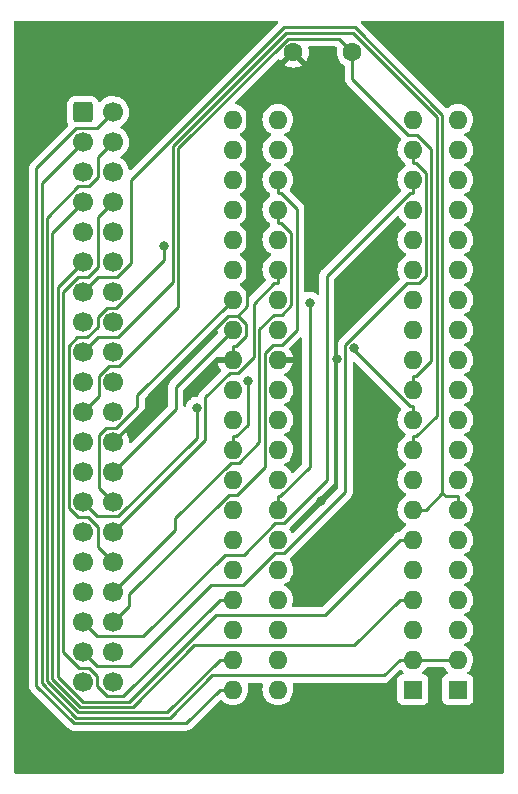
<source format=gbr>
%TF.GenerationSoftware,KiCad,Pcbnew,(6.0.9)*%
%TF.CreationDate,2022-11-13T11:09:17+10:30*%
%TF.ProjectId,TEC-SC IO Port,5445432d-5343-4204-994f-20506f72742e,rev?*%
%TF.SameCoordinates,Original*%
%TF.FileFunction,Copper,L1,Top*%
%TF.FilePolarity,Positive*%
%FSLAX46Y46*%
G04 Gerber Fmt 4.6, Leading zero omitted, Abs format (unit mm)*
G04 Created by KiCad (PCBNEW (6.0.9)) date 2022-11-13 11:09:17*
%MOMM*%
%LPD*%
G01*
G04 APERTURE LIST*
G04 Aperture macros list*
%AMRoundRect*
0 Rectangle with rounded corners*
0 $1 Rounding radius*
0 $2 $3 $4 $5 $6 $7 $8 $9 X,Y pos of 4 corners*
0 Add a 4 corners polygon primitive as box body*
4,1,4,$2,$3,$4,$5,$6,$7,$8,$9,$2,$3,0*
0 Add four circle primitives for the rounded corners*
1,1,$1+$1,$2,$3*
1,1,$1+$1,$4,$5*
1,1,$1+$1,$6,$7*
1,1,$1+$1,$8,$9*
0 Add four rect primitives between the rounded corners*
20,1,$1+$1,$2,$3,$4,$5,0*
20,1,$1+$1,$4,$5,$6,$7,0*
20,1,$1+$1,$6,$7,$8,$9,0*
20,1,$1+$1,$8,$9,$2,$3,0*%
G04 Aperture macros list end*
%TA.AperFunction,ComponentPad*%
%ADD10R,1.600000X1.600000*%
%TD*%
%TA.AperFunction,ComponentPad*%
%ADD11O,1.600000X1.600000*%
%TD*%
%TA.AperFunction,ComponentPad*%
%ADD12C,1.600000*%
%TD*%
%TA.AperFunction,ComponentPad*%
%ADD13RoundRect,0.250000X-0.600000X-0.600000X0.600000X-0.600000X0.600000X0.600000X-0.600000X0.600000X0*%
%TD*%
%TA.AperFunction,ComponentPad*%
%ADD14C,1.700000*%
%TD*%
%TA.AperFunction,ViaPad*%
%ADD15C,0.800000*%
%TD*%
%TA.AperFunction,Conductor*%
%ADD16C,0.250000*%
%TD*%
G04 APERTURE END LIST*
D10*
%TO.P,U1,1,A11*%
%TO.N,/A11*%
X129545000Y-85085000D03*
D11*
%TO.P,U1,2,A12*%
%TO.N,/A12*%
X129545000Y-82545000D03*
%TO.P,U1,3,A13*%
%TO.N,/A13*%
X129545000Y-80005000D03*
%TO.P,U1,4,A14*%
%TO.N,/A14*%
X129545000Y-77465000D03*
%TO.P,U1,5,A15*%
%TO.N,/A15*%
X129545000Y-74925000D03*
%TO.P,U1,6,~{CLK}*%
%TO.N,/CLK*%
X129545000Y-72385000D03*
%TO.P,U1,7,D4*%
%TO.N,/D4*%
X129545000Y-69845000D03*
%TO.P,U1,8,D3*%
%TO.N,/D3*%
X129545000Y-67305000D03*
%TO.P,U1,9,D5*%
%TO.N,/D5*%
X129545000Y-64765000D03*
%TO.P,U1,10,D6*%
%TO.N,/D6*%
X129545000Y-62225000D03*
%TO.P,U1,11,VCC*%
%TO.N,+5V*%
X129545000Y-59685000D03*
%TO.P,U1,12,D2*%
%TO.N,/D2*%
X129545000Y-57145000D03*
%TO.P,U1,13,D7*%
%TO.N,/D7*%
X129545000Y-54605000D03*
%TO.P,U1,14,D0*%
%TO.N,/D0*%
X129545000Y-52065000D03*
%TO.P,U1,15,D1*%
%TO.N,/D1*%
X129545000Y-49525000D03*
%TO.P,U1,16,~{INT}*%
%TO.N,/INT*%
X129545000Y-46985000D03*
%TO.P,U1,17,~{NMI}*%
%TO.N,/NMI*%
X129545000Y-44445000D03*
%TO.P,U1,18,~{HALT}*%
%TO.N,/HALT*%
X129545000Y-41905000D03*
%TO.P,U1,19,~{MREQ}*%
%TO.N,/MREQ*%
X129545000Y-39365000D03*
%TO.P,U1,20,~{IORQ}*%
%TO.N,/IORQ*%
X129545000Y-36825000D03*
%TO.P,U1,21,~{RD}*%
%TO.N,/RD*%
X114305000Y-36825000D03*
%TO.P,U1,22,~{WR}*%
%TO.N,/WR*%
X114305000Y-39365000D03*
%TO.P,U1,23,~{BUSACK}*%
%TO.N,/BUSACK*%
X114305000Y-41905000D03*
%TO.P,U1,24,~{WAIT}*%
%TO.N,/WAIT*%
X114305000Y-44445000D03*
%TO.P,U1,25,~{BUSRQ}*%
%TO.N,/BUSRQ*%
X114305000Y-46985000D03*
%TO.P,U1,26,~{RESET}*%
%TO.N,/RESET*%
X114305000Y-49525000D03*
%TO.P,U1,27,~{M1}*%
%TO.N,/M1*%
X114305000Y-52065000D03*
%TO.P,U1,28,~{RFSH}*%
%TO.N,/RFSH*%
X114305000Y-54605000D03*
%TO.P,U1,29,GND*%
%TO.N,GND*%
X114305000Y-57145000D03*
%TO.P,U1,30,A0*%
%TO.N,/A0*%
X114305000Y-59685000D03*
%TO.P,U1,31,A1*%
%TO.N,/A1*%
X114305000Y-62225000D03*
%TO.P,U1,32,A2*%
%TO.N,/A2*%
X114305000Y-64765000D03*
%TO.P,U1,33,A3*%
%TO.N,/A3*%
X114305000Y-67305000D03*
%TO.P,U1,34,A4*%
%TO.N,/A4*%
X114305000Y-69845000D03*
%TO.P,U1,35,A5*%
%TO.N,/A5*%
X114305000Y-72385000D03*
%TO.P,U1,36,A6*%
%TO.N,/A6*%
X114305000Y-74925000D03*
%TO.P,U1,37,A7*%
%TO.N,/A7*%
X114305000Y-77465000D03*
%TO.P,U1,38,A8*%
%TO.N,/A8*%
X114305000Y-80005000D03*
%TO.P,U1,39,A9*%
%TO.N,/A9*%
X114305000Y-82545000D03*
%TO.P,U1,40,A10*%
%TO.N,/A10*%
X114305000Y-85085000D03*
%TD*%
D12*
%TO.P,C1,1*%
%TO.N,+5V*%
X124420000Y-31115000D03*
%TO.P,C1,2*%
%TO.N,GND*%
X119420000Y-31115000D03*
%TD*%
D13*
%TO.P,J1,1,Pin_1*%
%TO.N,/A11*%
X101600000Y-36195000D03*
D14*
%TO.P,J1,2,Pin_2*%
%TO.N,/A12*%
X101600000Y-38735000D03*
%TO.P,J1,3,Pin_3*%
%TO.N,/A13*%
X101600000Y-41275000D03*
%TO.P,J1,4,Pin_4*%
%TO.N,/A14*%
X101600000Y-43815000D03*
%TO.P,J1,5,Pin_5*%
%TO.N,/A15*%
X101600000Y-46355000D03*
%TO.P,J1,6,Pin_6*%
%TO.N,/CLK*%
X101600000Y-48895000D03*
%TO.P,J1,7,Pin_7*%
%TO.N,/D4*%
X101600000Y-51435000D03*
%TO.P,J1,8,Pin_8*%
%TO.N,/D3*%
X101600000Y-53975000D03*
%TO.P,J1,9,Pin_9*%
%TO.N,/D5*%
X101600000Y-56515000D03*
%TO.P,J1,10,Pin_10*%
%TO.N,/D6*%
X101600000Y-59055000D03*
%TO.P,J1,11,Pin_11*%
%TO.N,+5V*%
X101600000Y-61595000D03*
%TO.P,J1,12,Pin_12*%
%TO.N,/D2*%
X101600000Y-64135000D03*
%TO.P,J1,13,Pin_13*%
%TO.N,/D7*%
X101600000Y-66675000D03*
%TO.P,J1,14,Pin_14*%
%TO.N,/D0*%
X101600000Y-69215000D03*
%TO.P,J1,15,Pin_15*%
%TO.N,/D1*%
X101600000Y-71755000D03*
%TO.P,J1,16,Pin_16*%
%TO.N,/INT*%
X101600000Y-74295000D03*
%TO.P,J1,17,Pin_17*%
%TO.N,/NMI*%
X101600000Y-76835000D03*
%TO.P,J1,18,Pin_18*%
%TO.N,/HALT*%
X101600000Y-79375000D03*
%TO.P,J1,19,Pin_19*%
%TO.N,/MREQ*%
X101600000Y-81915000D03*
%TO.P,J1,20,Pin_20*%
%TO.N,/IORQ*%
X101600000Y-84455000D03*
%TO.P,J1,21,Pin_21*%
%TO.N,/RD*%
X104140000Y-84455000D03*
%TO.P,J1,22,Pin_22*%
%TO.N,/WR*%
X104140000Y-81915000D03*
%TO.P,J1,23,Pin_23*%
%TO.N,/BUSACK*%
X104140000Y-79375000D03*
%TO.P,J1,24,Pin_24*%
%TO.N,/WAIT*%
X104140000Y-76835000D03*
%TO.P,J1,25,Pin_25*%
%TO.N,/BUSRQ*%
X104140000Y-74295000D03*
%TO.P,J1,26,Pin_26*%
%TO.N,/RESET*%
X104140000Y-71755000D03*
%TO.P,J1,27,Pin_27*%
%TO.N,/M1*%
X104140000Y-69215000D03*
%TO.P,J1,28,Pin_28*%
%TO.N,/RFSH*%
X104140000Y-66675000D03*
%TO.P,J1,29,Pin_29*%
%TO.N,GND*%
X104140000Y-64135000D03*
%TO.P,J1,30,Pin_30*%
%TO.N,/A0*%
X104140000Y-61595000D03*
%TO.P,J1,31,Pin_31*%
%TO.N,/A1*%
X104140000Y-59055000D03*
%TO.P,J1,32,Pin_32*%
%TO.N,/A2*%
X104140000Y-56515000D03*
%TO.P,J1,33,Pin_33*%
%TO.N,/A3*%
X104140000Y-53975000D03*
%TO.P,J1,34,Pin_34*%
%TO.N,/A4*%
X104140000Y-51435000D03*
%TO.P,J1,35,Pin_35*%
%TO.N,/A5*%
X104140000Y-48895000D03*
%TO.P,J1,36,Pin_36*%
%TO.N,/A6*%
X104140000Y-46355000D03*
%TO.P,J1,37,Pin_37*%
%TO.N,/A7*%
X104140000Y-43815000D03*
%TO.P,J1,38,Pin_38*%
%TO.N,/A8*%
X104140000Y-41275000D03*
%TO.P,J1,39,Pin_39*%
%TO.N,/A9*%
X104140000Y-38735000D03*
%TO.P,J1,40,Pin_40*%
%TO.N,/A10*%
X104140000Y-36195000D03*
%TD*%
D10*
%TO.P,J2,1,Pin_1*%
%TO.N,/A11*%
X133350000Y-85090000D03*
D11*
%TO.P,J2,2,Pin_2*%
%TO.N,/A12*%
X133350000Y-82550000D03*
%TO.P,J2,3,Pin_3*%
%TO.N,/A13*%
X133350000Y-80010000D03*
%TO.P,J2,4,Pin_4*%
%TO.N,/A14*%
X133350000Y-77470000D03*
%TO.P,J2,5,Pin_5*%
%TO.N,/A15*%
X133350000Y-74930000D03*
%TO.P,J2,6,Pin_6*%
%TO.N,/CLK*%
X133350000Y-72390000D03*
%TO.P,J2,7,Pin_7*%
%TO.N,/D4*%
X133350000Y-69850000D03*
%TO.P,J2,8,Pin_8*%
%TO.N,/D3*%
X133350000Y-67310000D03*
%TO.P,J2,9,Pin_9*%
%TO.N,/D5*%
X133350000Y-64770000D03*
%TO.P,J2,10,Pin_10*%
%TO.N,/D6*%
X133350000Y-62230000D03*
%TO.P,J2,11,Pin_11*%
%TO.N,+5V*%
X133350000Y-59690000D03*
%TO.P,J2,12,Pin_12*%
%TO.N,/D2*%
X133350000Y-57150000D03*
%TO.P,J2,13,Pin_13*%
%TO.N,/D7*%
X133350000Y-54610000D03*
%TO.P,J2,14,Pin_14*%
%TO.N,/D0*%
X133350000Y-52070000D03*
%TO.P,J2,15,Pin_15*%
%TO.N,/D1*%
X133350000Y-49530000D03*
%TO.P,J2,16,Pin_16*%
%TO.N,/INT*%
X133350000Y-46990000D03*
%TO.P,J2,17,Pin_17*%
%TO.N,/NMI*%
X133350000Y-44450000D03*
%TO.P,J2,18,Pin_18*%
%TO.N,/HALT*%
X133350000Y-41910000D03*
%TO.P,J2,19,Pin_19*%
%TO.N,/MREQ*%
X133350000Y-39370000D03*
%TO.P,J2,20,Pin_20*%
%TO.N,/IORQ*%
X133350000Y-36830000D03*
%TO.P,J2,21,Pin_21*%
%TO.N,/RD*%
X118110000Y-36830000D03*
%TO.P,J2,22,Pin_22*%
%TO.N,/WR*%
X118110000Y-39370000D03*
%TO.P,J2,23,Pin_23*%
%TO.N,/BUSACK*%
X118110000Y-41910000D03*
%TO.P,J2,24,Pin_24*%
%TO.N,/WAIT*%
X118110000Y-44450000D03*
%TO.P,J2,25,Pin_25*%
%TO.N,/BUSRQ*%
X118110000Y-46990000D03*
%TO.P,J2,26,Pin_26*%
%TO.N,/RESET*%
X118110000Y-49530000D03*
%TO.P,J2,27,Pin_27*%
%TO.N,/M1*%
X118110000Y-52070000D03*
%TO.P,J2,28,Pin_28*%
%TO.N,/RFSH*%
X118110000Y-54610000D03*
%TO.P,J2,29,Pin_29*%
%TO.N,GND*%
X118110000Y-57150000D03*
%TO.P,J2,30,Pin_30*%
%TO.N,/A0*%
X118110000Y-59690000D03*
%TO.P,J2,31,Pin_31*%
%TO.N,/A1*%
X118110000Y-62230000D03*
%TO.P,J2,32,Pin_32*%
%TO.N,/A2*%
X118110000Y-64770000D03*
%TO.P,J2,33,Pin_33*%
%TO.N,/A3*%
X118110000Y-67310000D03*
%TO.P,J2,34,Pin_34*%
%TO.N,/A4*%
X118110000Y-69850000D03*
%TO.P,J2,35,Pin_35*%
%TO.N,/A5*%
X118110000Y-72390000D03*
%TO.P,J2,36,Pin_36*%
%TO.N,/A6*%
X118110000Y-74930000D03*
%TO.P,J2,37,Pin_37*%
%TO.N,/A7*%
X118110000Y-77470000D03*
%TO.P,J2,38,Pin_38*%
%TO.N,/A8*%
X118110000Y-80010000D03*
%TO.P,J2,39,Pin_39*%
%TO.N,/A9*%
X118110000Y-82550000D03*
%TO.P,J2,40,Pin_40*%
%TO.N,/A10*%
X118110000Y-85090000D03*
%TD*%
D15*
%TO.N,GND*%
X111500000Y-31100000D03*
X121800000Y-76000000D03*
X126500000Y-65200000D03*
X121800000Y-69100000D03*
X123100000Y-57100000D03*
%TO.N,/D6*%
X124556200Y-56206600D03*
%TO.N,/D0*%
X111250800Y-61217600D03*
%TO.N,/A2*%
X115582000Y-58927500D03*
%TO.N,/A4*%
X120795800Y-52314300D03*
%TO.N,/BUSRQ*%
X108507000Y-47539100D03*
%TD*%
D16*
%TO.N,/A12*%
X129545000Y-82545000D02*
X128419700Y-82545000D01*
X98113100Y-84566400D02*
X101019900Y-87473200D01*
X112542800Y-83888900D02*
X127075800Y-83888900D01*
X98113100Y-42221900D02*
X98113100Y-84566400D01*
X127075800Y-83888900D02*
X128419700Y-82545000D01*
X108958500Y-87473200D02*
X112542800Y-83888900D01*
X130675300Y-82550000D02*
X130670300Y-82545000D01*
X133350000Y-82550000D02*
X130675300Y-82550000D01*
X129545000Y-82545000D02*
X130670300Y-82545000D01*
X101600000Y-38735000D02*
X98113100Y-42221900D01*
X101019900Y-87473200D02*
X108958500Y-87473200D01*
%TO.N,/A14*%
X101600000Y-43815000D02*
X99013700Y-46401300D01*
X124535800Y-81348900D02*
X128419700Y-77465000D01*
X99013700Y-46401300D02*
X99013700Y-84193200D01*
X99013700Y-84193200D02*
X101393100Y-86572600D01*
X129545000Y-77465000D02*
X128419700Y-77465000D01*
X105821000Y-86572600D02*
X111044700Y-81348900D01*
X111044700Y-81348900D02*
X124535800Y-81348900D01*
X101393100Y-86572600D02*
X105821000Y-86572600D01*
%TO.N,/CLK*%
X129545000Y-72385000D02*
X128419700Y-72385000D01*
X128419700Y-72385000D02*
X122069700Y-78735000D01*
X99464000Y-51031000D02*
X101600000Y-48895000D01*
X112909300Y-78735000D02*
X105522000Y-86122300D01*
X99464000Y-84006600D02*
X99464000Y-51031000D01*
X105522000Y-86122300D02*
X101579700Y-86122300D01*
X122069700Y-78735000D02*
X112909300Y-78735000D01*
X101579700Y-86122300D02*
X99464000Y-84006600D01*
%TO.N,/D4*%
X105710400Y-48987700D02*
X104533100Y-50165000D01*
X102870000Y-50165000D02*
X101600000Y-51435000D01*
X132050400Y-36449800D02*
X124606600Y-29006000D01*
X132310200Y-68724700D02*
X132050400Y-68464900D01*
X105710400Y-41944900D02*
X105710400Y-48987700D01*
X124606600Y-29006000D02*
X118649300Y-29006000D01*
X104533100Y-50165000D02*
X102870000Y-50165000D01*
X133350000Y-68724700D02*
X132310200Y-68724700D01*
X133350000Y-69850000D02*
X133350000Y-68724700D01*
X132050400Y-68464900D02*
X130670300Y-69845000D01*
X132050400Y-68464900D02*
X132050400Y-36449800D01*
X129545000Y-69845000D02*
X130670300Y-69845000D01*
X118649300Y-29006000D02*
X105710400Y-41944900D01*
%TO.N,/D5*%
X124476500Y-29512800D02*
X118793400Y-29512800D01*
X109232300Y-50556800D02*
X104544100Y-55245000D01*
X109232300Y-39073900D02*
X109232300Y-50556800D01*
X129826300Y-63639700D02*
X131571600Y-61894400D01*
X129545000Y-63639700D02*
X129826300Y-63639700D01*
X102870000Y-55245000D02*
X101600000Y-56515000D01*
X131571600Y-36607900D02*
X124476500Y-29512800D01*
X104544100Y-55245000D02*
X102870000Y-55245000D01*
X131571600Y-61894400D02*
X131571600Y-36607900D01*
X118793400Y-29512800D02*
X109232300Y-39073900D01*
X129545000Y-64765000D02*
X129545000Y-63639700D01*
%TO.N,/D6*%
X129320600Y-61099700D02*
X124556200Y-56335300D01*
X129545000Y-61099700D02*
X129320600Y-61099700D01*
X129545000Y-62225000D02*
X129545000Y-61099700D01*
X124556200Y-56335300D02*
X124556200Y-56206600D01*
%TO.N,/D0*%
X111250800Y-61217600D02*
X111250800Y-63770600D01*
X102807500Y-70422500D02*
X101600000Y-69215000D01*
X104598900Y-70422500D02*
X102807500Y-70422500D01*
X111250800Y-63770600D02*
X104598900Y-70422500D01*
%TO.N,/A2*%
X114305000Y-64765000D02*
X114305000Y-63639700D01*
X114305000Y-63639700D02*
X114586400Y-63639700D01*
X115582000Y-62644100D02*
X115582000Y-58927500D01*
X114586400Y-63639700D02*
X115582000Y-62644100D01*
%TO.N,/A4*%
X118314300Y-68724700D02*
X118110000Y-68724700D01*
X120795800Y-66243200D02*
X118314300Y-68724700D01*
X120795800Y-52314300D02*
X120795800Y-66243200D01*
X118110000Y-69850000D02*
X118110000Y-68724700D01*
%TO.N,/A7*%
X101999100Y-50165000D02*
X102870000Y-49294100D01*
X102870000Y-45085000D02*
X104140000Y-43815000D01*
X103675300Y-85661300D02*
X102775300Y-84761300D01*
X99920900Y-51447700D02*
X101203600Y-50165000D01*
X102086900Y-83279700D02*
X101301900Y-83279700D01*
X114305000Y-77465000D02*
X113179700Y-77465000D01*
X102775300Y-83968100D02*
X102086900Y-83279700D01*
X102775300Y-84761300D02*
X102775300Y-83968100D01*
X104983400Y-85661300D02*
X103675300Y-85661300D01*
X101301900Y-83279700D02*
X99920900Y-81898700D01*
X101203600Y-50165000D02*
X101999100Y-50165000D01*
X113179700Y-77465000D02*
X104983400Y-85661300D01*
X99920900Y-81898700D02*
X99920900Y-51447700D01*
X102870000Y-49294100D02*
X102870000Y-45085000D01*
%TO.N,/A9*%
X102870000Y-40005000D02*
X102870000Y-41706000D01*
X98563400Y-45121300D02*
X98563400Y-84379800D01*
X104140000Y-38735000D02*
X102870000Y-40005000D01*
X102870000Y-41706000D02*
X102125600Y-42450400D01*
X102125600Y-42450400D02*
X101234300Y-42450400D01*
X98563400Y-84379800D02*
X101206500Y-87022900D01*
X114305000Y-82545000D02*
X113179700Y-82545000D01*
X101234300Y-42450400D02*
X98563400Y-45121300D01*
X108701800Y-87022900D02*
X113179700Y-82545000D01*
X101206500Y-87022900D02*
X108701800Y-87022900D01*
%TO.N,/A10*%
X97662800Y-84753000D02*
X100833300Y-87923500D01*
X100833300Y-87923500D02*
X110341200Y-87923500D01*
X104140000Y-36195000D02*
X102775400Y-37559600D01*
X102775400Y-37559600D02*
X101057400Y-37559600D01*
X101057400Y-37559600D02*
X97662800Y-40954200D01*
X97662800Y-40954200D02*
X97662800Y-84753000D01*
X114305000Y-85085000D02*
X113179700Y-85085000D01*
X110341200Y-87923500D02*
X113179700Y-85085000D01*
%TO.N,+5V*%
X131121300Y-57264700D02*
X131121300Y-39307100D01*
X131121300Y-39307100D02*
X129909200Y-38095000D01*
X129909200Y-38095000D02*
X129164400Y-38095000D01*
X123292000Y-29987000D02*
X124420000Y-31115000D01*
X101600000Y-61595000D02*
X102964600Y-60230400D01*
X129164400Y-38095000D02*
X124420000Y-33350600D01*
X104688800Y-57690400D02*
X109682600Y-52696600D01*
X129826300Y-58559700D02*
X131121300Y-57264700D01*
X118956100Y-29987000D02*
X123292000Y-29987000D01*
X109682600Y-39260500D02*
X118956100Y-29987000D01*
X102964600Y-60230400D02*
X102964600Y-58552400D01*
X103826600Y-57690400D02*
X104688800Y-57690400D01*
X102964600Y-58552400D02*
X103826600Y-57690400D01*
X124420000Y-33350600D02*
X124420000Y-31115000D01*
X109682600Y-52696600D02*
X109682600Y-39260500D01*
X129545000Y-59685000D02*
X129545000Y-58559700D01*
X129545000Y-58559700D02*
X129826300Y-58559700D01*
%TO.N,/WAIT*%
X116534400Y-64157000D02*
X114801000Y-65890400D01*
X109406900Y-71568100D02*
X104140000Y-76835000D01*
X118448200Y-53340000D02*
X117774100Y-53340000D01*
X119243300Y-52544900D02*
X118448200Y-53340000D01*
X114117300Y-65890400D02*
X109406900Y-70600800D01*
X119243300Y-46427300D02*
X119243300Y-52544900D01*
X117774100Y-53340000D02*
X116534400Y-54579700D01*
X118110000Y-45575300D02*
X118391300Y-45575300D01*
X109406900Y-70600800D02*
X109406900Y-71568100D01*
X116534400Y-54579700D02*
X116534400Y-64157000D01*
X118391300Y-45575300D02*
X119243300Y-46427300D01*
X118110000Y-44450000D02*
X118110000Y-45575300D01*
X114801000Y-65890400D02*
X114117300Y-65890400D01*
%TO.N,/MREQ*%
X117910500Y-73515400D02*
X115157000Y-76268900D01*
X129062000Y-50650400D02*
X123830800Y-55881600D01*
X129776600Y-40490300D02*
X130671000Y-41384700D01*
X105603900Y-83109400D02*
X102794400Y-83109400D01*
X102794400Y-83109400D02*
X101600000Y-81915000D01*
X130671000Y-41384700D02*
X130671000Y-50066500D01*
X123830800Y-68342400D02*
X118657800Y-73515400D01*
X129545000Y-40490300D02*
X129776600Y-40490300D01*
X129545000Y-39365000D02*
X129545000Y-40490300D01*
X130087100Y-50650400D02*
X129062000Y-50650400D01*
X112444400Y-76268900D02*
X105603900Y-83109400D01*
X118657800Y-73515400D02*
X117910500Y-73515400D01*
X130671000Y-50066500D02*
X130087100Y-50650400D01*
X123830800Y-55881600D02*
X123830800Y-68342400D01*
X115157000Y-76268900D02*
X112444400Y-76268900D01*
%TO.N,/BUSACK*%
X119720200Y-54606800D02*
X118447000Y-55880000D01*
X117715800Y-55880000D02*
X116984700Y-56611100D01*
X118110000Y-43035300D02*
X118391300Y-43035300D01*
X105504600Y-77022400D02*
X105504600Y-78010400D01*
X118110000Y-41910000D02*
X118110000Y-43035300D01*
X116984700Y-56611100D02*
X116984700Y-66251100D01*
X105504600Y-78010400D02*
X104140000Y-79375000D01*
X118447000Y-55880000D02*
X117715800Y-55880000D01*
X113952000Y-68575000D02*
X105504600Y-77022400D01*
X116984700Y-66251100D02*
X114660800Y-68575000D01*
X118391300Y-43035300D02*
X119720200Y-44364200D01*
X119720200Y-44364200D02*
X119720200Y-54606800D01*
X114660800Y-68575000D02*
X113952000Y-68575000D01*
%TO.N,/BUSRQ*%
X102870000Y-73025000D02*
X104140000Y-74295000D01*
X102870000Y-54371400D02*
X101996400Y-55245000D01*
X101996400Y-55245000D02*
X101112200Y-55245000D01*
X102870000Y-53544000D02*
X102870000Y-54371400D01*
X101202900Y-70485000D02*
X102009400Y-70485000D01*
X104440200Y-52799600D02*
X103614400Y-52799600D01*
X100397600Y-69679700D02*
X101202900Y-70485000D01*
X100397600Y-55959600D02*
X100397600Y-69679700D01*
X102009400Y-70485000D02*
X102870000Y-71345600D01*
X108507000Y-47539100D02*
X108507000Y-48732800D01*
X102870000Y-71345600D02*
X102870000Y-73025000D01*
X101112200Y-55245000D02*
X100397600Y-55959600D01*
X108507000Y-48732800D02*
X104440200Y-52799600D01*
X103614400Y-52799600D02*
X102870000Y-53544000D01*
%TO.N,/RESET*%
X111976100Y-63918900D02*
X104140000Y-71755000D01*
X116084100Y-56962700D02*
X114776400Y-58270400D01*
X117828600Y-50655300D02*
X116084100Y-52399800D01*
X118110000Y-50655300D02*
X117828600Y-50655300D01*
X114776400Y-58270400D02*
X114049200Y-58270400D01*
X111976100Y-60343500D02*
X111976100Y-63918900D01*
X116084100Y-52399800D02*
X116084100Y-56962700D01*
X118110000Y-49530000D02*
X118110000Y-50655300D01*
X114049200Y-58270400D02*
X111976100Y-60343500D01*
%TO.N,/M1*%
X114305000Y-52065000D02*
X106213400Y-60156600D01*
X106213400Y-61188000D02*
X104441800Y-62959600D01*
X102955900Y-63561300D02*
X102955900Y-68030900D01*
X106213400Y-60156600D02*
X106213400Y-61188000D01*
X103557600Y-62959600D02*
X102955900Y-63561300D01*
X102955900Y-68030900D02*
X104140000Y-69215000D01*
X104441800Y-62959600D02*
X103557600Y-62959600D01*
%TO.N,/RFSH*%
X114305000Y-54605000D02*
X109472400Y-59437600D01*
X109472400Y-59437600D02*
X109472400Y-61342600D01*
X109472400Y-61342600D02*
X104140000Y-66675000D01*
%TO.N,GND*%
X114305000Y-57145000D02*
X114305000Y-56019700D01*
X114740300Y-53425600D02*
X115518300Y-52647600D01*
X115445900Y-54131200D02*
X114740300Y-53425600D01*
X114586300Y-56019700D02*
X115445900Y-55160100D01*
X114305000Y-56019700D02*
X114586300Y-56019700D01*
X115445900Y-55160100D02*
X115445900Y-54131200D01*
X104140000Y-64135000D02*
X107114000Y-61161000D01*
X115518300Y-52647600D02*
X115518300Y-35016700D01*
X107114000Y-61161000D02*
X107114000Y-60203200D01*
X113891600Y-53425600D02*
X114740300Y-53425600D01*
X115518300Y-35016700D02*
X119420000Y-31115000D01*
X107114000Y-60203200D02*
X113891600Y-53425600D01*
%TO.N,/HALT*%
X102813700Y-80588700D02*
X101600000Y-79375000D01*
X113665800Y-73655000D02*
X106732100Y-80588700D01*
X118643900Y-70975400D02*
X117893800Y-70975400D01*
X129545000Y-41905000D02*
X129545000Y-43030300D01*
X129263700Y-43030300D02*
X122250700Y-50043300D01*
X115214200Y-73655000D02*
X113665800Y-73655000D01*
X106732100Y-80588700D02*
X102813700Y-80588700D01*
X122250700Y-67368600D02*
X118643900Y-70975400D01*
X122250700Y-50043300D02*
X122250700Y-67368600D01*
X117893800Y-70975400D02*
X115214200Y-73655000D01*
X129545000Y-43030300D02*
X129263700Y-43030300D01*
%TD*%
%TA.AperFunction,Conductor*%
%TO.N,GND*%
G36*
X118074827Y-28468502D02*
G01*
X118121320Y-28522158D01*
X118131424Y-28592432D01*
X118101930Y-28657012D01*
X118095801Y-28663595D01*
X105686612Y-41072783D01*
X105624300Y-41106809D01*
X105553485Y-41101744D01*
X105496649Y-41059197D01*
X105475313Y-41014384D01*
X105447672Y-40904342D01*
X105430431Y-40835702D01*
X105341354Y-40630840D01*
X105284088Y-40542320D01*
X105222822Y-40447617D01*
X105222820Y-40447614D01*
X105220014Y-40443277D01*
X105069670Y-40278051D01*
X105065619Y-40274852D01*
X105065615Y-40274848D01*
X104898414Y-40142800D01*
X104898410Y-40142798D01*
X104894359Y-40139598D01*
X104853053Y-40116796D01*
X104803084Y-40066364D01*
X104788312Y-39996921D01*
X104813428Y-39930516D01*
X104840780Y-39903909D01*
X104952493Y-39824225D01*
X105019860Y-39776173D01*
X105178096Y-39618489D01*
X105308453Y-39437077D01*
X105338899Y-39375475D01*
X105405136Y-39241453D01*
X105405137Y-39241451D01*
X105407430Y-39236811D01*
X105472370Y-39023069D01*
X105501529Y-38801590D01*
X105503156Y-38735000D01*
X105484852Y-38512361D01*
X105430431Y-38295702D01*
X105341354Y-38090840D01*
X105270169Y-37980805D01*
X105222822Y-37907617D01*
X105222820Y-37907614D01*
X105220014Y-37903277D01*
X105069670Y-37738051D01*
X105065619Y-37734852D01*
X105065615Y-37734848D01*
X104898414Y-37602800D01*
X104898410Y-37602798D01*
X104894359Y-37599598D01*
X104853053Y-37576796D01*
X104803084Y-37526364D01*
X104788312Y-37456921D01*
X104813428Y-37390516D01*
X104840780Y-37363909D01*
X104884603Y-37332650D01*
X105019860Y-37236173D01*
X105178096Y-37078489D01*
X105308453Y-36897077D01*
X105335608Y-36842134D01*
X105405136Y-36701453D01*
X105405137Y-36701451D01*
X105407430Y-36696811D01*
X105472370Y-36483069D01*
X105501529Y-36261590D01*
X105501928Y-36245261D01*
X105503074Y-36198365D01*
X105503074Y-36198361D01*
X105503156Y-36195000D01*
X105484852Y-35972361D01*
X105430431Y-35755702D01*
X105341354Y-35550840D01*
X105231292Y-35380710D01*
X105222822Y-35367617D01*
X105222820Y-35367614D01*
X105220014Y-35363277D01*
X105069670Y-35198051D01*
X105065619Y-35194852D01*
X105065615Y-35194848D01*
X104898414Y-35062800D01*
X104898410Y-35062798D01*
X104894359Y-35059598D01*
X104698789Y-34951638D01*
X104693920Y-34949914D01*
X104693916Y-34949912D01*
X104493087Y-34878795D01*
X104493083Y-34878794D01*
X104488212Y-34877069D01*
X104483119Y-34876162D01*
X104483116Y-34876161D01*
X104273373Y-34838800D01*
X104273367Y-34838799D01*
X104268284Y-34837894D01*
X104194452Y-34836992D01*
X104050081Y-34835228D01*
X104050079Y-34835228D01*
X104044911Y-34835165D01*
X103824091Y-34868955D01*
X103611756Y-34938357D01*
X103581443Y-34954137D01*
X103491678Y-35000866D01*
X103413607Y-35041507D01*
X103409474Y-35044610D01*
X103409471Y-35044612D01*
X103239100Y-35172530D01*
X103234965Y-35175635D01*
X103143781Y-35271054D01*
X103101027Y-35315793D01*
X103039503Y-35351223D01*
X102968590Y-35347766D01*
X102910804Y-35306520D01*
X102895833Y-35282194D01*
X102893865Y-35277994D01*
X102891550Y-35271054D01*
X102798478Y-35120652D01*
X102673303Y-34995695D01*
X102599030Y-34949912D01*
X102528968Y-34906725D01*
X102528966Y-34906724D01*
X102522738Y-34902885D01*
X102362254Y-34849655D01*
X102361389Y-34849368D01*
X102361387Y-34849368D01*
X102354861Y-34847203D01*
X102348025Y-34846503D01*
X102348022Y-34846502D01*
X102304969Y-34842091D01*
X102250400Y-34836500D01*
X100949600Y-34836500D01*
X100946354Y-34836837D01*
X100946350Y-34836837D01*
X100850692Y-34846762D01*
X100850688Y-34846763D01*
X100843834Y-34847474D01*
X100837298Y-34849655D01*
X100837296Y-34849655D01*
X100774631Y-34870562D01*
X100676054Y-34903450D01*
X100525652Y-34996522D01*
X100520479Y-35001704D01*
X100462686Y-35059598D01*
X100400695Y-35121697D01*
X100396855Y-35127927D01*
X100396854Y-35127928D01*
X100312466Y-35264831D01*
X100307885Y-35272262D01*
X100252203Y-35440139D01*
X100241500Y-35544600D01*
X100241500Y-36845400D01*
X100241837Y-36848646D01*
X100241837Y-36848650D01*
X100247298Y-36901277D01*
X100252474Y-36951166D01*
X100254655Y-36957702D01*
X100254655Y-36957704D01*
X100297462Y-37086011D01*
X100308450Y-37118946D01*
X100368218Y-37215529D01*
X100387055Y-37283981D01*
X100365893Y-37351751D01*
X100350168Y-37370927D01*
X97270547Y-40450548D01*
X97262261Y-40458088D01*
X97255782Y-40462200D01*
X97250357Y-40467977D01*
X97209157Y-40511851D01*
X97206402Y-40514693D01*
X97186665Y-40534430D01*
X97184185Y-40537627D01*
X97176482Y-40546647D01*
X97146214Y-40578879D01*
X97142395Y-40585825D01*
X97142393Y-40585828D01*
X97136452Y-40596634D01*
X97125601Y-40613153D01*
X97113186Y-40629159D01*
X97110041Y-40636428D01*
X97110038Y-40636432D01*
X97095626Y-40669737D01*
X97090409Y-40680387D01*
X97069105Y-40719140D01*
X97067134Y-40726815D01*
X97067134Y-40726816D01*
X97064067Y-40738762D01*
X97057663Y-40757466D01*
X97054338Y-40765151D01*
X97049619Y-40776055D01*
X97048380Y-40783878D01*
X97048377Y-40783888D01*
X97042701Y-40819724D01*
X97040295Y-40831344D01*
X97037888Y-40840720D01*
X97029300Y-40874170D01*
X97029300Y-40894424D01*
X97027749Y-40914134D01*
X97024580Y-40934143D01*
X97025326Y-40942035D01*
X97028741Y-40978161D01*
X97029300Y-40990019D01*
X97029300Y-84674233D01*
X97028773Y-84685416D01*
X97027098Y-84692909D01*
X97027347Y-84700835D01*
X97027347Y-84700836D01*
X97029238Y-84760986D01*
X97029300Y-84764945D01*
X97029300Y-84792856D01*
X97029797Y-84796790D01*
X97029797Y-84796791D01*
X97029805Y-84796856D01*
X97030738Y-84808693D01*
X97032127Y-84852889D01*
X97036341Y-84867393D01*
X97037778Y-84872339D01*
X97041787Y-84891700D01*
X97044326Y-84911797D01*
X97047245Y-84919168D01*
X97047245Y-84919170D01*
X97060604Y-84952912D01*
X97064449Y-84964142D01*
X97076782Y-85006593D01*
X97080815Y-85013412D01*
X97080817Y-85013417D01*
X97087093Y-85024028D01*
X97095788Y-85041776D01*
X97103248Y-85060617D01*
X97107910Y-85067033D01*
X97107910Y-85067034D01*
X97129236Y-85096387D01*
X97135752Y-85106307D01*
X97158258Y-85144362D01*
X97172579Y-85158683D01*
X97185419Y-85173716D01*
X97197328Y-85190107D01*
X97203434Y-85195158D01*
X97231405Y-85218298D01*
X97240184Y-85226288D01*
X100329648Y-88315753D01*
X100337188Y-88324039D01*
X100341300Y-88330518D01*
X100347077Y-88335943D01*
X100390951Y-88377143D01*
X100393793Y-88379898D01*
X100413530Y-88399635D01*
X100416727Y-88402115D01*
X100425747Y-88409818D01*
X100457979Y-88440086D01*
X100464925Y-88443905D01*
X100464928Y-88443907D01*
X100475734Y-88449848D01*
X100492253Y-88460699D01*
X100508259Y-88473114D01*
X100515528Y-88476259D01*
X100515532Y-88476262D01*
X100548837Y-88490674D01*
X100559487Y-88495891D01*
X100598240Y-88517195D01*
X100605915Y-88519166D01*
X100605916Y-88519166D01*
X100617862Y-88522233D01*
X100636567Y-88528637D01*
X100655155Y-88536681D01*
X100662978Y-88537920D01*
X100662988Y-88537923D01*
X100698824Y-88543599D01*
X100710444Y-88546005D01*
X100742259Y-88554173D01*
X100753270Y-88557000D01*
X100773524Y-88557000D01*
X100793234Y-88558551D01*
X100813243Y-88561720D01*
X100821135Y-88560974D01*
X100839880Y-88559202D01*
X100857262Y-88557559D01*
X100869119Y-88557000D01*
X110262433Y-88557000D01*
X110273616Y-88557527D01*
X110281109Y-88559202D01*
X110289035Y-88558953D01*
X110289036Y-88558953D01*
X110349186Y-88557062D01*
X110353145Y-88557000D01*
X110381056Y-88557000D01*
X110384991Y-88556503D01*
X110385056Y-88556495D01*
X110396893Y-88555562D01*
X110429151Y-88554548D01*
X110433170Y-88554422D01*
X110441089Y-88554173D01*
X110460543Y-88548521D01*
X110479900Y-88544513D01*
X110492130Y-88542968D01*
X110492131Y-88542968D01*
X110499997Y-88541974D01*
X110507368Y-88539055D01*
X110507370Y-88539055D01*
X110541112Y-88525696D01*
X110552342Y-88521851D01*
X110587183Y-88511729D01*
X110587184Y-88511729D01*
X110594793Y-88509518D01*
X110601612Y-88505485D01*
X110601617Y-88505483D01*
X110612228Y-88499207D01*
X110629976Y-88490512D01*
X110648817Y-88483052D01*
X110684587Y-88457064D01*
X110694507Y-88450548D01*
X110725735Y-88432080D01*
X110725738Y-88432078D01*
X110732562Y-88428042D01*
X110746883Y-88413721D01*
X110761917Y-88400880D01*
X110771894Y-88393631D01*
X110778307Y-88388972D01*
X110806498Y-88354895D01*
X110814488Y-88346116D01*
X113175958Y-85984646D01*
X113238270Y-85950620D01*
X113309085Y-85955685D01*
X113354148Y-85984646D01*
X113460700Y-86091198D01*
X113465208Y-86094355D01*
X113465211Y-86094357D01*
X113528812Y-86138891D01*
X113648251Y-86222523D01*
X113653233Y-86224846D01*
X113653238Y-86224849D01*
X113848161Y-86315742D01*
X113855757Y-86319284D01*
X113861065Y-86320706D01*
X113861067Y-86320707D01*
X114071598Y-86377119D01*
X114071600Y-86377119D01*
X114076913Y-86378543D01*
X114305000Y-86398498D01*
X114533087Y-86378543D01*
X114538400Y-86377119D01*
X114538402Y-86377119D01*
X114748933Y-86320707D01*
X114748935Y-86320706D01*
X114754243Y-86319284D01*
X114761839Y-86315742D01*
X114956762Y-86224849D01*
X114956767Y-86224846D01*
X114961749Y-86222523D01*
X115081188Y-86138891D01*
X115144789Y-86094357D01*
X115144792Y-86094355D01*
X115149300Y-86091198D01*
X115311198Y-85929300D01*
X115338997Y-85889600D01*
X115435865Y-85751257D01*
X115442523Y-85741749D01*
X115444846Y-85736767D01*
X115444849Y-85736762D01*
X115536961Y-85539225D01*
X115536961Y-85539224D01*
X115539284Y-85534243D01*
X115598543Y-85313087D01*
X115618498Y-85085000D01*
X115598543Y-84856913D01*
X115551410Y-84681011D01*
X115553100Y-84610035D01*
X115592894Y-84551239D01*
X115658158Y-84523291D01*
X115673117Y-84522400D01*
X116743223Y-84522400D01*
X116811344Y-84542402D01*
X116857837Y-84596058D01*
X116867941Y-84666332D01*
X116864930Y-84681009D01*
X116863568Y-84686093D01*
X116833907Y-84796791D01*
X116816457Y-84861913D01*
X116796502Y-85090000D01*
X116816457Y-85318087D01*
X116875716Y-85539243D01*
X116878039Y-85544224D01*
X116878039Y-85544225D01*
X116970151Y-85741762D01*
X116970154Y-85741767D01*
X116972477Y-85746749D01*
X116975634Y-85751257D01*
X117072503Y-85889600D01*
X117103802Y-85934300D01*
X117265700Y-86096198D01*
X117270208Y-86099355D01*
X117270211Y-86099357D01*
X117304401Y-86123297D01*
X117453251Y-86227523D01*
X117458233Y-86229846D01*
X117458238Y-86229849D01*
X117650034Y-86319284D01*
X117660757Y-86324284D01*
X117666065Y-86325706D01*
X117666067Y-86325707D01*
X117876598Y-86382119D01*
X117876600Y-86382119D01*
X117881913Y-86383543D01*
X118110000Y-86403498D01*
X118338087Y-86383543D01*
X118343400Y-86382119D01*
X118343402Y-86382119D01*
X118553933Y-86325707D01*
X118553935Y-86325706D01*
X118559243Y-86324284D01*
X118569966Y-86319284D01*
X118761762Y-86229849D01*
X118761767Y-86229846D01*
X118766749Y-86227523D01*
X118915599Y-86123297D01*
X118949789Y-86099357D01*
X118949792Y-86099355D01*
X118954300Y-86096198D01*
X119116198Y-85934300D01*
X119147498Y-85889600D01*
X119244366Y-85751257D01*
X119247523Y-85746749D01*
X119249846Y-85741767D01*
X119249849Y-85741762D01*
X119341961Y-85544225D01*
X119341961Y-85544224D01*
X119344284Y-85539243D01*
X119403543Y-85318087D01*
X119423498Y-85090000D01*
X119403543Y-84861913D01*
X119386094Y-84796791D01*
X119356432Y-84686093D01*
X119355070Y-84681011D01*
X119356760Y-84610035D01*
X119396554Y-84551239D01*
X119461818Y-84523291D01*
X119476777Y-84522400D01*
X126997033Y-84522400D01*
X127008216Y-84522927D01*
X127015709Y-84524602D01*
X127023635Y-84524353D01*
X127023636Y-84524353D01*
X127083786Y-84522462D01*
X127087745Y-84522400D01*
X127115656Y-84522400D01*
X127119591Y-84521903D01*
X127119656Y-84521895D01*
X127131493Y-84520962D01*
X127163751Y-84519948D01*
X127167770Y-84519822D01*
X127175689Y-84519573D01*
X127195143Y-84513921D01*
X127214500Y-84509913D01*
X127226730Y-84508368D01*
X127226731Y-84508368D01*
X127234597Y-84507374D01*
X127241968Y-84504455D01*
X127241970Y-84504455D01*
X127275712Y-84491096D01*
X127286942Y-84487251D01*
X127321783Y-84477129D01*
X127321784Y-84477129D01*
X127329393Y-84474918D01*
X127336212Y-84470885D01*
X127336217Y-84470883D01*
X127346828Y-84464607D01*
X127364576Y-84455912D01*
X127383417Y-84448452D01*
X127419187Y-84422464D01*
X127429107Y-84415948D01*
X127460335Y-84397480D01*
X127460338Y-84397478D01*
X127467162Y-84393442D01*
X127481483Y-84379121D01*
X127496517Y-84366280D01*
X127506494Y-84359031D01*
X127512907Y-84354372D01*
X127541098Y-84320295D01*
X127549088Y-84311516D01*
X128415958Y-83444646D01*
X128478270Y-83410620D01*
X128549085Y-83415685D01*
X128594148Y-83444646D01*
X128700700Y-83551198D01*
X128705211Y-83554357D01*
X128709424Y-83557892D01*
X128708473Y-83559026D01*
X128748471Y-83609071D01*
X128755776Y-83679690D01*
X128723742Y-83743049D01*
X128662538Y-83779030D01*
X128645483Y-83782082D01*
X128634684Y-83783255D01*
X128498295Y-83834385D01*
X128381739Y-83921739D01*
X128294385Y-84038295D01*
X128243255Y-84174684D01*
X128236500Y-84236866D01*
X128236500Y-85933134D01*
X128243255Y-85995316D01*
X128294385Y-86131705D01*
X128381739Y-86248261D01*
X128498295Y-86335615D01*
X128634684Y-86386745D01*
X128696866Y-86393500D01*
X130393134Y-86393500D01*
X130455316Y-86386745D01*
X130591705Y-86335615D01*
X130708261Y-86248261D01*
X130795615Y-86131705D01*
X130846745Y-85995316D01*
X130853500Y-85933134D01*
X130853500Y-84236866D01*
X130846745Y-84174684D01*
X130795615Y-84038295D01*
X130708261Y-83921739D01*
X130591705Y-83834385D01*
X130455316Y-83783255D01*
X130444526Y-83782083D01*
X130442394Y-83781197D01*
X130439778Y-83780575D01*
X130439879Y-83780152D01*
X130378965Y-83754845D01*
X130338537Y-83696483D01*
X130336078Y-83625529D01*
X130372371Y-83564510D01*
X130381031Y-83557511D01*
X130384793Y-83554354D01*
X130389300Y-83551198D01*
X130551198Y-83389300D01*
X130554357Y-83384789D01*
X130657680Y-83237229D01*
X130713137Y-83192901D01*
X130760893Y-83183500D01*
X132130606Y-83183500D01*
X132198727Y-83203502D01*
X132233819Y-83237229D01*
X132337142Y-83384789D01*
X132343802Y-83394300D01*
X132505700Y-83556198D01*
X132510211Y-83559357D01*
X132514424Y-83562892D01*
X132513473Y-83564026D01*
X132553471Y-83614071D01*
X132560776Y-83684690D01*
X132528742Y-83748049D01*
X132467538Y-83784030D01*
X132450483Y-83787082D01*
X132439684Y-83788255D01*
X132303295Y-83839385D01*
X132186739Y-83926739D01*
X132099385Y-84043295D01*
X132048255Y-84179684D01*
X132041500Y-84241866D01*
X132041500Y-85938134D01*
X132048255Y-86000316D01*
X132099385Y-86136705D01*
X132186739Y-86253261D01*
X132303295Y-86340615D01*
X132439684Y-86391745D01*
X132501866Y-86398500D01*
X134198134Y-86398500D01*
X134260316Y-86391745D01*
X134396705Y-86340615D01*
X134513261Y-86253261D01*
X134600615Y-86136705D01*
X134651745Y-86000316D01*
X134658500Y-85938134D01*
X134658500Y-84241866D01*
X134651745Y-84179684D01*
X134600615Y-84043295D01*
X134513261Y-83926739D01*
X134396705Y-83839385D01*
X134260316Y-83788255D01*
X134249526Y-83787083D01*
X134247394Y-83786197D01*
X134244778Y-83785575D01*
X134244879Y-83785152D01*
X134183965Y-83759845D01*
X134143537Y-83701483D01*
X134141078Y-83630529D01*
X134177371Y-83569510D01*
X134186031Y-83562511D01*
X134189793Y-83559354D01*
X134194300Y-83556198D01*
X134356198Y-83394300D01*
X134387498Y-83349600D01*
X134455473Y-83252521D01*
X134487523Y-83206749D01*
X134489846Y-83201767D01*
X134489849Y-83201762D01*
X134581961Y-83004225D01*
X134581961Y-83004224D01*
X134584284Y-82999243D01*
X134643543Y-82778087D01*
X134663498Y-82550000D01*
X134643543Y-82321913D01*
X134584284Y-82100757D01*
X134581961Y-82095775D01*
X134489849Y-81898238D01*
X134489846Y-81898233D01*
X134487523Y-81893251D01*
X134356198Y-81705700D01*
X134194300Y-81543802D01*
X134189792Y-81540645D01*
X134189789Y-81540643D01*
X134090271Y-81470960D01*
X134006749Y-81412477D01*
X134001767Y-81410154D01*
X134001762Y-81410151D01*
X133967543Y-81394195D01*
X133914258Y-81347278D01*
X133894797Y-81279001D01*
X133915339Y-81211041D01*
X133967543Y-81165805D01*
X134001762Y-81149849D01*
X134001767Y-81149846D01*
X134006749Y-81147523D01*
X134111611Y-81074098D01*
X134189789Y-81019357D01*
X134189792Y-81019355D01*
X134194300Y-81016198D01*
X134356198Y-80854300D01*
X134487523Y-80666749D01*
X134489846Y-80661767D01*
X134489849Y-80661762D01*
X134581961Y-80464225D01*
X134581961Y-80464224D01*
X134584284Y-80459243D01*
X134613841Y-80348938D01*
X134642119Y-80243402D01*
X134642119Y-80243400D01*
X134643543Y-80238087D01*
X134663498Y-80010000D01*
X134643543Y-79781913D01*
X134627163Y-79720781D01*
X134585707Y-79566067D01*
X134585706Y-79566065D01*
X134584284Y-79560757D01*
X134581960Y-79555773D01*
X134489849Y-79358238D01*
X134489846Y-79358233D01*
X134487523Y-79353251D01*
X134356198Y-79165700D01*
X134194300Y-79003802D01*
X134189792Y-79000645D01*
X134189789Y-79000643D01*
X134111611Y-78945902D01*
X134006749Y-78872477D01*
X134001767Y-78870154D01*
X134001762Y-78870151D01*
X133967543Y-78854195D01*
X133914258Y-78807278D01*
X133894797Y-78739001D01*
X133915339Y-78671041D01*
X133967543Y-78625805D01*
X134001762Y-78609849D01*
X134001767Y-78609846D01*
X134006749Y-78607523D01*
X134151654Y-78506059D01*
X134189789Y-78479357D01*
X134189792Y-78479355D01*
X134194300Y-78476198D01*
X134356198Y-78314300D01*
X134487523Y-78126749D01*
X134489846Y-78121767D01*
X134489849Y-78121762D01*
X134581961Y-77924225D01*
X134581961Y-77924224D01*
X134584284Y-77919243D01*
X134595022Y-77879171D01*
X134642119Y-77703402D01*
X134642119Y-77703400D01*
X134643543Y-77698087D01*
X134663498Y-77470000D01*
X134643543Y-77241913D01*
X134584284Y-77020757D01*
X134581961Y-77015775D01*
X134489849Y-76818238D01*
X134489846Y-76818233D01*
X134487523Y-76813251D01*
X134356198Y-76625700D01*
X134194300Y-76463802D01*
X134189792Y-76460645D01*
X134189789Y-76460643D01*
X134111611Y-76405902D01*
X134006749Y-76332477D01*
X134001767Y-76330154D01*
X134001762Y-76330151D01*
X133967543Y-76314195D01*
X133914258Y-76267278D01*
X133894797Y-76199001D01*
X133915339Y-76131041D01*
X133967543Y-76085805D01*
X134001762Y-76069849D01*
X134001767Y-76069846D01*
X134006749Y-76067523D01*
X134141169Y-75973401D01*
X134189789Y-75939357D01*
X134189792Y-75939355D01*
X134194300Y-75936198D01*
X134356198Y-75774300D01*
X134487523Y-75586749D01*
X134489846Y-75581767D01*
X134489849Y-75581762D01*
X134581961Y-75384225D01*
X134581961Y-75384224D01*
X134584284Y-75379243D01*
X134595022Y-75339171D01*
X134642119Y-75163402D01*
X134642119Y-75163400D01*
X134643543Y-75158087D01*
X134663498Y-74930000D01*
X134643543Y-74701913D01*
X134584284Y-74480757D01*
X134581961Y-74475775D01*
X134489849Y-74278238D01*
X134489846Y-74278233D01*
X134487523Y-74273251D01*
X134376270Y-74114366D01*
X134359357Y-74090211D01*
X134359355Y-74090208D01*
X134356198Y-74085700D01*
X134194300Y-73923802D01*
X134189792Y-73920645D01*
X134189789Y-73920643D01*
X134097043Y-73855702D01*
X134006749Y-73792477D01*
X134001767Y-73790154D01*
X134001762Y-73790151D01*
X133967543Y-73774195D01*
X133914258Y-73727278D01*
X133894797Y-73659001D01*
X133915339Y-73591041D01*
X133967543Y-73545805D01*
X134001762Y-73529849D01*
X134001767Y-73529846D01*
X134006749Y-73527523D01*
X134111611Y-73454098D01*
X134189789Y-73399357D01*
X134189792Y-73399355D01*
X134194300Y-73396198D01*
X134356198Y-73234300D01*
X134360489Y-73228173D01*
X134418998Y-73144612D01*
X134487523Y-73046749D01*
X134489846Y-73041767D01*
X134489849Y-73041762D01*
X134581961Y-72844225D01*
X134581961Y-72844224D01*
X134584284Y-72839243D01*
X134595022Y-72799171D01*
X134642119Y-72623402D01*
X134642119Y-72623400D01*
X134643543Y-72618087D01*
X134663498Y-72390000D01*
X134643543Y-72161913D01*
X134584284Y-71940757D01*
X134581961Y-71935775D01*
X134489849Y-71738238D01*
X134489846Y-71738233D01*
X134487523Y-71733251D01*
X134356198Y-71545700D01*
X134194300Y-71383802D01*
X134189792Y-71380645D01*
X134189789Y-71380643D01*
X134082752Y-71305695D01*
X134006749Y-71252477D01*
X134001767Y-71250154D01*
X134001762Y-71250151D01*
X133967543Y-71234195D01*
X133914258Y-71187278D01*
X133894797Y-71119001D01*
X133915339Y-71051041D01*
X133967543Y-71005805D01*
X134001762Y-70989849D01*
X134001767Y-70989846D01*
X134006749Y-70987523D01*
X134111611Y-70914098D01*
X134189789Y-70859357D01*
X134189792Y-70859355D01*
X134194300Y-70856198D01*
X134356198Y-70694300D01*
X134487523Y-70506749D01*
X134489846Y-70501767D01*
X134489849Y-70501762D01*
X134581961Y-70304225D01*
X134581961Y-70304224D01*
X134584284Y-70299243D01*
X134592759Y-70267616D01*
X134642119Y-70083402D01*
X134642119Y-70083400D01*
X134643543Y-70078087D01*
X134663498Y-69850000D01*
X134643543Y-69621913D01*
X134584284Y-69400757D01*
X134581961Y-69395775D01*
X134489849Y-69198238D01*
X134489846Y-69198232D01*
X134487523Y-69193251D01*
X134356198Y-69005700D01*
X134194300Y-68843802D01*
X134189792Y-68840645D01*
X134189789Y-68840643D01*
X134032607Y-68730583D01*
X133988279Y-68675126D01*
X133979127Y-68635282D01*
X133977723Y-68612963D01*
X133977723Y-68612962D01*
X133977225Y-68605050D01*
X133974679Y-68597213D01*
X133969506Y-68574069D01*
X133969468Y-68573770D01*
X133968474Y-68565903D01*
X133968474Y-68565900D01*
X133969634Y-68565753D01*
X133971804Y-68502440D01*
X134012211Y-68444063D01*
X134019142Y-68438845D01*
X134031616Y-68430111D01*
X134117055Y-68370286D01*
X134189789Y-68319357D01*
X134189792Y-68319355D01*
X134194300Y-68316198D01*
X134356198Y-68154300D01*
X134487523Y-67966749D01*
X134489846Y-67961767D01*
X134489849Y-67961762D01*
X134581961Y-67764225D01*
X134581961Y-67764224D01*
X134584284Y-67759243D01*
X134593147Y-67726168D01*
X134642119Y-67543402D01*
X134642119Y-67543400D01*
X134643543Y-67538087D01*
X134663498Y-67310000D01*
X134643543Y-67081913D01*
X134584284Y-66860757D01*
X134581961Y-66855775D01*
X134489849Y-66658238D01*
X134489846Y-66658233D01*
X134487523Y-66653251D01*
X134395768Y-66522211D01*
X134359357Y-66470211D01*
X134359355Y-66470208D01*
X134356198Y-66465700D01*
X134194300Y-66303802D01*
X134189792Y-66300645D01*
X134189789Y-66300643D01*
X134111611Y-66245902D01*
X134006749Y-66172477D01*
X134001767Y-66170154D01*
X134001762Y-66170151D01*
X133967543Y-66154195D01*
X133914258Y-66107278D01*
X133894797Y-66039001D01*
X133915339Y-65971041D01*
X133967543Y-65925805D01*
X134001762Y-65909849D01*
X134001767Y-65909846D01*
X134006749Y-65907523D01*
X134159962Y-65800242D01*
X134189789Y-65779357D01*
X134189792Y-65779355D01*
X134194300Y-65776198D01*
X134356198Y-65614300D01*
X134487523Y-65426749D01*
X134489846Y-65421767D01*
X134489849Y-65421762D01*
X134581961Y-65224225D01*
X134581961Y-65224224D01*
X134584284Y-65219243D01*
X134643543Y-64998087D01*
X134663498Y-64770000D01*
X134643543Y-64541913D01*
X134609887Y-64416307D01*
X134585707Y-64326067D01*
X134585706Y-64326065D01*
X134584284Y-64320757D01*
X134581961Y-64315775D01*
X134489849Y-64118238D01*
X134489846Y-64118233D01*
X134487523Y-64113251D01*
X134386348Y-63968758D01*
X134359357Y-63930211D01*
X134359355Y-63930208D01*
X134356198Y-63925700D01*
X134194300Y-63763802D01*
X134189792Y-63760645D01*
X134189789Y-63760643D01*
X134090505Y-63691124D01*
X134006749Y-63632477D01*
X134001767Y-63630154D01*
X134001762Y-63630151D01*
X133967543Y-63614195D01*
X133914258Y-63567278D01*
X133894797Y-63499001D01*
X133915339Y-63431041D01*
X133967543Y-63385805D01*
X134001762Y-63369849D01*
X134001767Y-63369846D01*
X134006749Y-63367523D01*
X134188575Y-63240207D01*
X134189789Y-63239357D01*
X134189792Y-63239355D01*
X134194300Y-63236198D01*
X134356198Y-63074300D01*
X134381390Y-63038323D01*
X134414098Y-62991611D01*
X134487523Y-62886749D01*
X134489846Y-62881767D01*
X134489849Y-62881762D01*
X134581961Y-62684225D01*
X134581961Y-62684224D01*
X134584284Y-62679243D01*
X134595022Y-62639171D01*
X134642119Y-62463402D01*
X134642119Y-62463400D01*
X134643543Y-62458087D01*
X134663498Y-62230000D01*
X134643543Y-62001913D01*
X134621628Y-61920124D01*
X134585707Y-61786067D01*
X134585706Y-61786065D01*
X134584284Y-61780757D01*
X134581961Y-61775775D01*
X134489849Y-61578238D01*
X134489846Y-61578233D01*
X134487523Y-61573251D01*
X134371251Y-61407198D01*
X134359357Y-61390211D01*
X134359355Y-61390208D01*
X134356198Y-61385700D01*
X134194300Y-61223802D01*
X134189792Y-61220645D01*
X134189789Y-61220643D01*
X134070507Y-61137121D01*
X134006749Y-61092477D01*
X134001767Y-61090154D01*
X134001762Y-61090151D01*
X133967543Y-61074195D01*
X133914258Y-61027278D01*
X133894797Y-60959001D01*
X133915339Y-60891041D01*
X133967543Y-60845805D01*
X134001762Y-60829849D01*
X134001767Y-60829846D01*
X134006749Y-60827523D01*
X134111611Y-60754098D01*
X134189789Y-60699357D01*
X134189792Y-60699355D01*
X134194300Y-60696198D01*
X134356198Y-60534300D01*
X134400386Y-60471194D01*
X134414098Y-60451611D01*
X134487523Y-60346749D01*
X134489846Y-60341767D01*
X134489849Y-60341762D01*
X134581961Y-60144225D01*
X134581961Y-60144224D01*
X134584284Y-60139243D01*
X134595022Y-60099171D01*
X134642119Y-59923402D01*
X134642119Y-59923400D01*
X134643543Y-59918087D01*
X134663498Y-59690000D01*
X134643543Y-59461913D01*
X134584284Y-59240757D01*
X134581961Y-59235775D01*
X134489849Y-59038238D01*
X134489846Y-59038233D01*
X134487523Y-59033251D01*
X134356198Y-58845700D01*
X134194300Y-58683802D01*
X134189792Y-58680645D01*
X134189789Y-58680643D01*
X134097043Y-58615702D01*
X134006749Y-58552477D01*
X134001767Y-58550154D01*
X134001762Y-58550151D01*
X133967543Y-58534195D01*
X133914258Y-58487278D01*
X133894797Y-58419001D01*
X133915339Y-58351041D01*
X133967543Y-58305805D01*
X134001762Y-58289849D01*
X134001767Y-58289846D01*
X134006749Y-58287523D01*
X134111611Y-58214098D01*
X134189789Y-58159357D01*
X134189792Y-58159355D01*
X134194300Y-58156198D01*
X134356198Y-57994300D01*
X134364751Y-57982086D01*
X134414098Y-57911611D01*
X134487523Y-57806749D01*
X134489846Y-57801767D01*
X134489849Y-57801762D01*
X134581961Y-57604225D01*
X134581961Y-57604224D01*
X134584284Y-57599243D01*
X134595022Y-57559171D01*
X134642119Y-57383402D01*
X134642119Y-57383400D01*
X134643543Y-57378087D01*
X134663498Y-57150000D01*
X134643543Y-56921913D01*
X134640779Y-56911598D01*
X134585707Y-56706067D01*
X134585706Y-56706065D01*
X134584284Y-56700757D01*
X134581961Y-56695775D01*
X134489849Y-56498238D01*
X134489846Y-56498233D01*
X134487523Y-56493251D01*
X134384047Y-56345472D01*
X134359357Y-56310211D01*
X134359355Y-56310208D01*
X134356198Y-56305700D01*
X134194300Y-56143802D01*
X134189792Y-56140645D01*
X134189789Y-56140643D01*
X134087388Y-56068941D01*
X134006749Y-56012477D01*
X134001767Y-56010154D01*
X134001762Y-56010151D01*
X133967543Y-55994195D01*
X133914258Y-55947278D01*
X133894797Y-55879001D01*
X133915339Y-55811041D01*
X133967543Y-55765805D01*
X134001762Y-55749849D01*
X134001767Y-55749846D01*
X134006749Y-55747523D01*
X134122944Y-55666162D01*
X134189789Y-55619357D01*
X134189792Y-55619355D01*
X134194300Y-55616198D01*
X134356198Y-55454300D01*
X134364746Y-55442093D01*
X134484366Y-55271257D01*
X134487523Y-55266749D01*
X134489846Y-55261767D01*
X134489849Y-55261762D01*
X134581961Y-55064225D01*
X134581961Y-55064224D01*
X134584284Y-55059243D01*
X134609053Y-54966807D01*
X134642119Y-54843402D01*
X134642119Y-54843400D01*
X134643543Y-54838087D01*
X134663498Y-54610000D01*
X134643543Y-54381913D01*
X134584284Y-54160757D01*
X134581961Y-54155775D01*
X134489849Y-53958238D01*
X134489846Y-53958233D01*
X134487523Y-53953251D01*
X134356198Y-53765700D01*
X134194300Y-53603802D01*
X134189792Y-53600645D01*
X134189789Y-53600643D01*
X134087388Y-53528941D01*
X134006749Y-53472477D01*
X134001767Y-53470154D01*
X134001762Y-53470151D01*
X133967543Y-53454195D01*
X133914258Y-53407278D01*
X133894797Y-53339001D01*
X133915339Y-53271041D01*
X133967543Y-53225805D01*
X134001762Y-53209849D01*
X134001767Y-53209846D01*
X134006749Y-53207523D01*
X134148191Y-53108484D01*
X134189789Y-53079357D01*
X134189792Y-53079355D01*
X134194300Y-53076198D01*
X134356198Y-52914300D01*
X134363840Y-52903387D01*
X134418998Y-52824612D01*
X134487523Y-52726749D01*
X134489846Y-52721767D01*
X134489849Y-52721762D01*
X134581961Y-52524225D01*
X134581961Y-52524224D01*
X134584284Y-52519243D01*
X134595022Y-52479171D01*
X134642119Y-52303402D01*
X134642119Y-52303400D01*
X134643543Y-52298087D01*
X134663498Y-52070000D01*
X134643543Y-51841913D01*
X134596755Y-51667298D01*
X134585707Y-51626067D01*
X134585706Y-51626065D01*
X134584284Y-51620757D01*
X134581961Y-51615775D01*
X134489849Y-51418238D01*
X134489846Y-51418233D01*
X134487523Y-51413251D01*
X134356198Y-51225700D01*
X134194300Y-51063802D01*
X134189792Y-51060645D01*
X134189789Y-51060643D01*
X134016100Y-50939025D01*
X134006749Y-50932477D01*
X134001767Y-50930154D01*
X134001762Y-50930151D01*
X133967543Y-50914195D01*
X133914258Y-50867278D01*
X133894797Y-50799001D01*
X133915339Y-50731041D01*
X133967543Y-50685805D01*
X134001762Y-50669849D01*
X134001767Y-50669846D01*
X134006749Y-50667523D01*
X134111611Y-50594098D01*
X134189789Y-50539357D01*
X134189792Y-50539355D01*
X134194300Y-50536198D01*
X134356198Y-50374300D01*
X134487523Y-50186749D01*
X134489846Y-50181767D01*
X134489849Y-50181762D01*
X134581961Y-49984225D01*
X134581961Y-49984224D01*
X134584284Y-49979243D01*
X134586440Y-49971199D01*
X134642119Y-49763402D01*
X134642119Y-49763400D01*
X134643543Y-49758087D01*
X134663498Y-49530000D01*
X134643543Y-49301913D01*
X134635575Y-49272175D01*
X134585707Y-49086067D01*
X134585706Y-49086065D01*
X134584284Y-49080757D01*
X134581961Y-49075775D01*
X134489849Y-48878238D01*
X134489846Y-48878233D01*
X134487523Y-48873251D01*
X134356198Y-48685700D01*
X134194300Y-48523802D01*
X134189792Y-48520645D01*
X134189789Y-48520643D01*
X134052204Y-48424305D01*
X134006749Y-48392477D01*
X134001767Y-48390154D01*
X134001762Y-48390151D01*
X133967543Y-48374195D01*
X133914258Y-48327278D01*
X133894797Y-48259001D01*
X133915339Y-48191041D01*
X133967543Y-48145805D01*
X134001762Y-48129849D01*
X134001767Y-48129846D01*
X134006749Y-48127523D01*
X134141169Y-48033401D01*
X134189789Y-47999357D01*
X134189792Y-47999355D01*
X134194300Y-47996198D01*
X134356198Y-47834300D01*
X134487523Y-47646749D01*
X134489846Y-47641767D01*
X134489849Y-47641762D01*
X134581961Y-47444225D01*
X134581961Y-47444224D01*
X134584284Y-47439243D01*
X134613841Y-47328938D01*
X134642119Y-47223402D01*
X134642119Y-47223400D01*
X134643543Y-47218087D01*
X134663498Y-46990000D01*
X134643543Y-46761913D01*
X134584284Y-46540757D01*
X134581961Y-46535775D01*
X134489849Y-46338238D01*
X134489846Y-46338233D01*
X134487523Y-46333251D01*
X134356198Y-46145700D01*
X134194300Y-45983802D01*
X134189792Y-45980645D01*
X134189789Y-45980643D01*
X134011690Y-45855937D01*
X134006749Y-45852477D01*
X134001767Y-45850154D01*
X134001762Y-45850151D01*
X133967543Y-45834195D01*
X133914258Y-45787278D01*
X133894797Y-45719001D01*
X133915339Y-45651041D01*
X133967543Y-45605805D01*
X134001762Y-45589849D01*
X134001767Y-45589846D01*
X134006749Y-45587523D01*
X134111611Y-45514098D01*
X134189789Y-45459357D01*
X134189792Y-45459355D01*
X134194300Y-45456198D01*
X134356198Y-45294300D01*
X134487523Y-45106749D01*
X134489846Y-45101767D01*
X134489849Y-45101762D01*
X134581961Y-44904225D01*
X134581961Y-44904224D01*
X134584284Y-44899243D01*
X134643543Y-44678087D01*
X134663498Y-44450000D01*
X134643543Y-44221913D01*
X134611890Y-44103782D01*
X134585707Y-44006067D01*
X134585706Y-44006065D01*
X134584284Y-44000757D01*
X134581961Y-43995775D01*
X134489849Y-43798238D01*
X134489846Y-43798233D01*
X134487523Y-43793251D01*
X134356198Y-43605700D01*
X134194300Y-43443802D01*
X134189792Y-43440645D01*
X134189789Y-43440643D01*
X134111611Y-43385902D01*
X134006749Y-43312477D01*
X134001767Y-43310154D01*
X134001762Y-43310151D01*
X133967543Y-43294195D01*
X133914258Y-43247278D01*
X133894797Y-43179001D01*
X133915339Y-43111041D01*
X133967543Y-43065805D01*
X134001762Y-43049849D01*
X134001767Y-43049846D01*
X134006749Y-43047523D01*
X134141169Y-42953401D01*
X134189789Y-42919357D01*
X134189792Y-42919355D01*
X134194300Y-42916198D01*
X134356198Y-42754300D01*
X134487523Y-42566749D01*
X134489846Y-42561767D01*
X134489849Y-42561762D01*
X134581961Y-42364225D01*
X134581961Y-42364224D01*
X134584284Y-42359243D01*
X134616737Y-42238130D01*
X134642119Y-42143402D01*
X134642119Y-42143400D01*
X134643543Y-42138087D01*
X134663498Y-41910000D01*
X134643543Y-41681913D01*
X134584284Y-41460757D01*
X134581961Y-41455775D01*
X134489849Y-41258238D01*
X134489846Y-41258233D01*
X134487523Y-41253251D01*
X134384983Y-41106809D01*
X134359357Y-41070211D01*
X134359355Y-41070208D01*
X134356198Y-41065700D01*
X134194300Y-40903802D01*
X134189792Y-40900645D01*
X134189789Y-40900643D01*
X134097043Y-40835702D01*
X134006749Y-40772477D01*
X134001767Y-40770154D01*
X134001762Y-40770151D01*
X133967543Y-40754195D01*
X133914258Y-40707278D01*
X133894797Y-40639001D01*
X133915339Y-40571041D01*
X133967543Y-40525805D01*
X134001762Y-40509849D01*
X134001767Y-40509846D01*
X134006749Y-40507523D01*
X134111611Y-40434098D01*
X134189789Y-40379357D01*
X134189792Y-40379355D01*
X134194300Y-40376198D01*
X134356198Y-40214300D01*
X134379456Y-40181085D01*
X134414098Y-40131611D01*
X134487523Y-40026749D01*
X134489846Y-40021767D01*
X134489849Y-40021762D01*
X134581961Y-39824225D01*
X134581961Y-39824224D01*
X134584284Y-39819243D01*
X134595022Y-39779171D01*
X134642119Y-39603402D01*
X134642119Y-39603400D01*
X134643543Y-39598087D01*
X134663498Y-39370000D01*
X134643543Y-39141913D01*
X134584284Y-38920757D01*
X134581961Y-38915775D01*
X134489849Y-38718238D01*
X134489846Y-38718233D01*
X134487523Y-38713251D01*
X134356198Y-38525700D01*
X134194300Y-38363802D01*
X134189792Y-38360645D01*
X134189789Y-38360643D01*
X134097043Y-38295702D01*
X134006749Y-38232477D01*
X134001767Y-38230154D01*
X134001762Y-38230151D01*
X133967543Y-38214195D01*
X133914258Y-38167278D01*
X133894797Y-38099001D01*
X133915339Y-38031041D01*
X133967543Y-37985805D01*
X134001762Y-37969849D01*
X134001767Y-37969846D01*
X134006749Y-37967523D01*
X134111611Y-37894098D01*
X134189789Y-37839357D01*
X134189792Y-37839355D01*
X134194300Y-37836198D01*
X134356198Y-37674300D01*
X134362854Y-37664795D01*
X134414098Y-37591611D01*
X134487523Y-37486749D01*
X134489846Y-37481767D01*
X134489849Y-37481762D01*
X134581961Y-37284225D01*
X134581961Y-37284224D01*
X134584284Y-37279243D01*
X134586936Y-37269348D01*
X134642119Y-37063402D01*
X134642119Y-37063400D01*
X134643543Y-37058087D01*
X134663498Y-36830000D01*
X134643543Y-36601913D01*
X134584284Y-36380757D01*
X134581961Y-36375775D01*
X134489849Y-36178238D01*
X134489846Y-36178233D01*
X134487523Y-36173251D01*
X134356198Y-35985700D01*
X134194300Y-35823802D01*
X134189792Y-35820645D01*
X134189789Y-35820643D01*
X134097043Y-35755702D01*
X134006749Y-35692477D01*
X134001767Y-35690154D01*
X134001762Y-35690151D01*
X133804225Y-35598039D01*
X133804224Y-35598039D01*
X133799243Y-35595716D01*
X133793935Y-35594294D01*
X133793933Y-35594293D01*
X133583402Y-35537881D01*
X133583400Y-35537881D01*
X133578087Y-35536457D01*
X133350000Y-35516502D01*
X133121913Y-35536457D01*
X133116600Y-35537881D01*
X133116598Y-35537881D01*
X132906067Y-35594293D01*
X132906065Y-35594294D01*
X132900757Y-35595716D01*
X132895776Y-35598039D01*
X132895775Y-35598039D01*
X132698238Y-35690151D01*
X132698233Y-35690154D01*
X132693251Y-35692477D01*
X132602957Y-35755702D01*
X132510211Y-35820643D01*
X132510208Y-35820645D01*
X132505700Y-35823802D01*
X132501804Y-35827698D01*
X132497600Y-35831226D01*
X132496814Y-35830289D01*
X132439786Y-35861430D01*
X132368971Y-35856365D01*
X132323908Y-35827404D01*
X128750919Y-32254414D01*
X125160100Y-28663595D01*
X125126074Y-28601283D01*
X125131139Y-28530468D01*
X125173686Y-28473632D01*
X125240206Y-28448821D01*
X125249195Y-28448500D01*
X137160500Y-28448500D01*
X137228621Y-28468502D01*
X137275114Y-28522158D01*
X137286500Y-28574500D01*
X137286500Y-92075500D01*
X137266498Y-92143621D01*
X137212842Y-92190114D01*
X137160500Y-92201500D01*
X95884500Y-92201500D01*
X95816379Y-92181498D01*
X95769886Y-92127842D01*
X95758500Y-92075500D01*
X95758500Y-28574500D01*
X95778502Y-28506379D01*
X95832158Y-28459886D01*
X95884500Y-28448500D01*
X118006706Y-28448500D01*
X118074827Y-28468502D01*
G37*
%TD.AperFunction*%
%TA.AperFunction,Conductor*%
G36*
X124672812Y-57348270D02*
G01*
X124679395Y-57354399D01*
X128533648Y-61208652D01*
X128567674Y-61270964D01*
X128562609Y-61341779D01*
X128541505Y-61377997D01*
X128538802Y-61380700D01*
X128535650Y-61385202D01*
X128535648Y-61385204D01*
X128520248Y-61407198D01*
X128407477Y-61568251D01*
X128405154Y-61573233D01*
X128405151Y-61573238D01*
X128337685Y-61717921D01*
X128310716Y-61775757D01*
X128309294Y-61781065D01*
X128309293Y-61781067D01*
X128291825Y-61846257D01*
X128251457Y-61996913D01*
X128231502Y-62225000D01*
X128251457Y-62453087D01*
X128252881Y-62458400D01*
X128252881Y-62458402D01*
X128285499Y-62580131D01*
X128310716Y-62674243D01*
X128313039Y-62679224D01*
X128313039Y-62679225D01*
X128405151Y-62876762D01*
X128405154Y-62876767D01*
X128407477Y-62881749D01*
X128474031Y-62976797D01*
X128517112Y-63038323D01*
X128538802Y-63069300D01*
X128700700Y-63231198D01*
X128705208Y-63234355D01*
X128705211Y-63234357D01*
X128878556Y-63355735D01*
X128922884Y-63411192D01*
X128930055Y-63482550D01*
X128927188Y-63497576D01*
X128925471Y-63505258D01*
X128911500Y-63559670D01*
X128911500Y-63562227D01*
X128884072Y-63625113D01*
X128859720Y-63647455D01*
X128705211Y-63755643D01*
X128705208Y-63755645D01*
X128700700Y-63758802D01*
X128538802Y-63920700D01*
X128535645Y-63925208D01*
X128535643Y-63925211D01*
X128520536Y-63946786D01*
X128407477Y-64108251D01*
X128405154Y-64113233D01*
X128405151Y-64113238D01*
X128313039Y-64310775D01*
X128310716Y-64315757D01*
X128309294Y-64321065D01*
X128309293Y-64321067D01*
X128282100Y-64422552D01*
X128251457Y-64536913D01*
X128231502Y-64765000D01*
X128251457Y-64993087D01*
X128310716Y-65214243D01*
X128313039Y-65219224D01*
X128313039Y-65219225D01*
X128405151Y-65416762D01*
X128405154Y-65416767D01*
X128407477Y-65421749D01*
X128538802Y-65609300D01*
X128700700Y-65771198D01*
X128705208Y-65774355D01*
X128705211Y-65774357D01*
X128712352Y-65779357D01*
X128888251Y-65902523D01*
X128893233Y-65904846D01*
X128893238Y-65904849D01*
X128927457Y-65920805D01*
X128980742Y-65967722D01*
X129000203Y-66035999D01*
X128979661Y-66103959D01*
X128927457Y-66149195D01*
X128893238Y-66165151D01*
X128893233Y-66165154D01*
X128888251Y-66167477D01*
X128811850Y-66220974D01*
X128705211Y-66295643D01*
X128705208Y-66295645D01*
X128700700Y-66298802D01*
X128538802Y-66460700D01*
X128535645Y-66465208D01*
X128535643Y-66465211D01*
X128495731Y-66522211D01*
X128407477Y-66648251D01*
X128405154Y-66653233D01*
X128405151Y-66653238D01*
X128362405Y-66744908D01*
X128310716Y-66855757D01*
X128309294Y-66861065D01*
X128309293Y-66861067D01*
X128280634Y-66968023D01*
X128251457Y-67076913D01*
X128231502Y-67305000D01*
X128251457Y-67533087D01*
X128252881Y-67538400D01*
X128252881Y-67538402D01*
X128294478Y-67693641D01*
X128310716Y-67754243D01*
X128313039Y-67759224D01*
X128313039Y-67759225D01*
X128405151Y-67956762D01*
X128405154Y-67956767D01*
X128407477Y-67961749D01*
X128538802Y-68149300D01*
X128700700Y-68311198D01*
X128705208Y-68314355D01*
X128705211Y-68314357D01*
X128762634Y-68354565D01*
X128888251Y-68442523D01*
X128893233Y-68444846D01*
X128893238Y-68444849D01*
X128927457Y-68460805D01*
X128980742Y-68507722D01*
X129000203Y-68575999D01*
X128979661Y-68643959D01*
X128927457Y-68689195D01*
X128893238Y-68705151D01*
X128893233Y-68705154D01*
X128888251Y-68707477D01*
X128852579Y-68732455D01*
X128705211Y-68835643D01*
X128705208Y-68835645D01*
X128700700Y-68838802D01*
X128538802Y-69000700D01*
X128407477Y-69188251D01*
X128405154Y-69193233D01*
X128405151Y-69193238D01*
X128361097Y-69287714D01*
X128310716Y-69395757D01*
X128309294Y-69401065D01*
X128309293Y-69401067D01*
X128252881Y-69611598D01*
X128251457Y-69616913D01*
X128231502Y-69845000D01*
X128251457Y-70073087D01*
X128252881Y-70078400D01*
X128252881Y-70078402D01*
X128305934Y-70276395D01*
X128310716Y-70294243D01*
X128313039Y-70299224D01*
X128313039Y-70299225D01*
X128405151Y-70496762D01*
X128405154Y-70496767D01*
X128407477Y-70501749D01*
X128538802Y-70689300D01*
X128700700Y-70851198D01*
X128705208Y-70854355D01*
X128705211Y-70854357D01*
X128745729Y-70882728D01*
X128888251Y-70982523D01*
X128893233Y-70984846D01*
X128893238Y-70984849D01*
X128927457Y-71000805D01*
X128980742Y-71047722D01*
X129000203Y-71115999D01*
X128979661Y-71183959D01*
X128927457Y-71229195D01*
X128893238Y-71245151D01*
X128893233Y-71245154D01*
X128888251Y-71247477D01*
X128811850Y-71300974D01*
X128705211Y-71375643D01*
X128705208Y-71375645D01*
X128700700Y-71378802D01*
X128538802Y-71540700D01*
X128535645Y-71545208D01*
X128535643Y-71545211D01*
X128426971Y-71700411D01*
X128371514Y-71744739D01*
X128335498Y-71752420D01*
X128335564Y-71752837D01*
X128327730Y-71754078D01*
X128319810Y-71754327D01*
X128302154Y-71759456D01*
X128300358Y-71759978D01*
X128281006Y-71763986D01*
X128273935Y-71764880D01*
X128260903Y-71766526D01*
X128253534Y-71769443D01*
X128253532Y-71769444D01*
X128219797Y-71782800D01*
X128208569Y-71786645D01*
X128166107Y-71798982D01*
X128159284Y-71803017D01*
X128159282Y-71803018D01*
X128148672Y-71809293D01*
X128130924Y-71817988D01*
X128112083Y-71825448D01*
X128105667Y-71830110D01*
X128105666Y-71830110D01*
X128076313Y-71851436D01*
X128066393Y-71857952D01*
X128035165Y-71876420D01*
X128035162Y-71876422D01*
X128028338Y-71880458D01*
X128014017Y-71894779D01*
X127998984Y-71907619D01*
X127982593Y-71919528D01*
X127960638Y-71946067D01*
X127954402Y-71953605D01*
X127946412Y-71962384D01*
X121844200Y-78064595D01*
X121781888Y-78098621D01*
X121755105Y-78101500D01*
X119457076Y-78101500D01*
X119388955Y-78081498D01*
X119342462Y-78027842D01*
X119332358Y-77957568D01*
X119340687Y-77929618D01*
X119340078Y-77929396D01*
X119341957Y-77924232D01*
X119344284Y-77919243D01*
X119403543Y-77698087D01*
X119423498Y-77470000D01*
X119403543Y-77241913D01*
X119344284Y-77020757D01*
X119341961Y-77015775D01*
X119249849Y-76818238D01*
X119249846Y-76818233D01*
X119247523Y-76813251D01*
X119116198Y-76625700D01*
X118954300Y-76463802D01*
X118949792Y-76460645D01*
X118949789Y-76460643D01*
X118871611Y-76405902D01*
X118766749Y-76332477D01*
X118761767Y-76330154D01*
X118761762Y-76330151D01*
X118727543Y-76314195D01*
X118674258Y-76267278D01*
X118654797Y-76199001D01*
X118675339Y-76131041D01*
X118727543Y-76085805D01*
X118761762Y-76069849D01*
X118761767Y-76069846D01*
X118766749Y-76067523D01*
X118901169Y-75973401D01*
X118949789Y-75939357D01*
X118949792Y-75939355D01*
X118954300Y-75936198D01*
X119116198Y-75774300D01*
X119247523Y-75586749D01*
X119249846Y-75581767D01*
X119249849Y-75581762D01*
X119341961Y-75384225D01*
X119341961Y-75384224D01*
X119344284Y-75379243D01*
X119355022Y-75339171D01*
X119402119Y-75163402D01*
X119402119Y-75163400D01*
X119403543Y-75158087D01*
X119423498Y-74930000D01*
X119403543Y-74701913D01*
X119344284Y-74480757D01*
X119341961Y-74475775D01*
X119249849Y-74278238D01*
X119249846Y-74278233D01*
X119247523Y-74273251D01*
X119244367Y-74268744D01*
X119244366Y-74268742D01*
X119122151Y-74094201D01*
X119099463Y-74026927D01*
X119116748Y-73958066D01*
X119136269Y-73932835D01*
X124223053Y-68846052D01*
X124231339Y-68838512D01*
X124237818Y-68834400D01*
X124284444Y-68784748D01*
X124287198Y-68781907D01*
X124306935Y-68762170D01*
X124309415Y-68758973D01*
X124317120Y-68749951D01*
X124341959Y-68723500D01*
X124347386Y-68717721D01*
X124351205Y-68710775D01*
X124351207Y-68710772D01*
X124357148Y-68699966D01*
X124367999Y-68683447D01*
X124375558Y-68673701D01*
X124380414Y-68667441D01*
X124383559Y-68660172D01*
X124383562Y-68660168D01*
X124397974Y-68626863D01*
X124403191Y-68616213D01*
X124424495Y-68577460D01*
X124429533Y-68557837D01*
X124435937Y-68539134D01*
X124440833Y-68527820D01*
X124440833Y-68527819D01*
X124443981Y-68520545D01*
X124445220Y-68512722D01*
X124445223Y-68512712D01*
X124450899Y-68476876D01*
X124453305Y-68465256D01*
X124462328Y-68430111D01*
X124462328Y-68430110D01*
X124464300Y-68422430D01*
X124464300Y-68402176D01*
X124465851Y-68382465D01*
X124467780Y-68370286D01*
X124469020Y-68362457D01*
X124464859Y-68318438D01*
X124464300Y-68306581D01*
X124464300Y-57443494D01*
X124484302Y-57375373D01*
X124537958Y-57328880D01*
X124608232Y-57318776D01*
X124672812Y-57348270D01*
G37*
%TD.AperFunction*%
%TA.AperFunction,Conductor*%
G36*
X128311813Y-44982257D02*
G01*
X128368649Y-45024804D01*
X128381975Y-45047062D01*
X128405148Y-45096757D01*
X128405154Y-45096768D01*
X128407477Y-45101749D01*
X128538802Y-45289300D01*
X128700700Y-45451198D01*
X128705208Y-45454355D01*
X128705211Y-45454357D01*
X128712352Y-45459357D01*
X128888251Y-45582523D01*
X128893233Y-45584846D01*
X128893238Y-45584849D01*
X128927457Y-45600805D01*
X128980742Y-45647722D01*
X129000203Y-45715999D01*
X128979661Y-45783959D01*
X128927457Y-45829195D01*
X128893238Y-45845151D01*
X128893233Y-45845154D01*
X128888251Y-45847477D01*
X128871759Y-45859025D01*
X128705211Y-45975643D01*
X128705208Y-45975645D01*
X128700700Y-45978802D01*
X128538802Y-46140700D01*
X128407477Y-46328251D01*
X128405154Y-46333233D01*
X128405151Y-46333238D01*
X128313039Y-46530775D01*
X128310716Y-46535757D01*
X128309294Y-46541065D01*
X128309293Y-46541067D01*
X128253850Y-46747982D01*
X128251457Y-46756913D01*
X128231502Y-46985000D01*
X128251457Y-47213087D01*
X128252881Y-47218400D01*
X128252881Y-47218402D01*
X128281453Y-47325031D01*
X128310716Y-47434243D01*
X128313039Y-47439224D01*
X128313039Y-47439225D01*
X128405151Y-47636762D01*
X128405154Y-47636767D01*
X128407477Y-47641749D01*
X128538802Y-47829300D01*
X128700700Y-47991198D01*
X128705208Y-47994355D01*
X128705211Y-47994357D01*
X128712352Y-47999357D01*
X128888251Y-48122523D01*
X128893233Y-48124846D01*
X128893238Y-48124849D01*
X128927457Y-48140805D01*
X128980742Y-48187722D01*
X129000203Y-48255999D01*
X128979661Y-48323959D01*
X128927457Y-48369195D01*
X128893238Y-48385151D01*
X128893233Y-48385154D01*
X128888251Y-48387477D01*
X128835655Y-48424305D01*
X128705211Y-48515643D01*
X128705208Y-48515645D01*
X128700700Y-48518802D01*
X128538802Y-48680700D01*
X128407477Y-48868251D01*
X128405154Y-48873233D01*
X128405151Y-48873238D01*
X128318156Y-49059801D01*
X128310716Y-49075757D01*
X128309294Y-49081065D01*
X128309293Y-49081067D01*
X128252881Y-49291598D01*
X128251457Y-49296913D01*
X128231502Y-49525000D01*
X128251457Y-49753087D01*
X128252881Y-49758400D01*
X128252881Y-49758402D01*
X128305718Y-49955589D01*
X128310716Y-49974243D01*
X128313039Y-49979224D01*
X128313039Y-49979225D01*
X128405151Y-50176762D01*
X128405154Y-50176767D01*
X128407477Y-50181749D01*
X128410633Y-50186256D01*
X128410634Y-50186258D01*
X128440433Y-50228815D01*
X128463121Y-50296089D01*
X128445836Y-50364950D01*
X128426315Y-50390181D01*
X125923161Y-52893334D01*
X123438547Y-55377948D01*
X123430261Y-55385488D01*
X123423782Y-55389600D01*
X123418357Y-55395377D01*
X123377157Y-55439251D01*
X123374402Y-55442093D01*
X123354665Y-55461830D01*
X123352185Y-55465027D01*
X123344482Y-55474047D01*
X123314214Y-55506279D01*
X123310395Y-55513225D01*
X123310393Y-55513228D01*
X123304452Y-55524034D01*
X123293601Y-55540553D01*
X123281186Y-55556559D01*
X123278041Y-55563828D01*
X123278038Y-55563832D01*
X123263626Y-55597137D01*
X123258409Y-55607787D01*
X123237105Y-55646540D01*
X123235134Y-55654215D01*
X123235134Y-55654216D01*
X123232067Y-55666162D01*
X123225663Y-55684866D01*
X123217619Y-55703455D01*
X123216380Y-55711278D01*
X123216377Y-55711288D01*
X123210701Y-55747124D01*
X123208295Y-55758744D01*
X123201741Y-55784272D01*
X123197300Y-55801570D01*
X123197300Y-55821824D01*
X123195749Y-55841534D01*
X123192580Y-55861543D01*
X123193326Y-55869435D01*
X123196741Y-55905561D01*
X123197300Y-55917419D01*
X123197300Y-68027806D01*
X123177298Y-68095927D01*
X123160395Y-68116901D01*
X119469063Y-71808232D01*
X119406751Y-71842258D01*
X119335935Y-71837193D01*
X119279100Y-71794646D01*
X119265774Y-71772388D01*
X119249852Y-71738244D01*
X119249848Y-71738237D01*
X119247523Y-71733251D01*
X119116426Y-71546025D01*
X119093738Y-71478752D01*
X119111023Y-71409892D01*
X119130544Y-71384660D01*
X122642947Y-67872257D01*
X122651237Y-67864713D01*
X122657718Y-67860600D01*
X122704359Y-67810932D01*
X122707113Y-67808091D01*
X122726834Y-67788370D01*
X122729312Y-67785175D01*
X122737018Y-67776153D01*
X122748219Y-67764225D01*
X122767286Y-67743921D01*
X122777046Y-67726168D01*
X122787899Y-67709645D01*
X122795453Y-67699906D01*
X122800313Y-67693641D01*
X122817876Y-67653057D01*
X122823083Y-67642427D01*
X122844395Y-67603660D01*
X122846366Y-67595983D01*
X122846368Y-67595978D01*
X122849432Y-67584042D01*
X122855838Y-67565330D01*
X122860734Y-67554017D01*
X122863881Y-67546745D01*
X122865203Y-67538402D01*
X122870797Y-67503081D01*
X122873204Y-67491460D01*
X122882228Y-67456311D01*
X122882228Y-67456310D01*
X122884200Y-67448630D01*
X122884200Y-67428369D01*
X122885751Y-67408658D01*
X122887679Y-67396485D01*
X122888919Y-67388657D01*
X122884759Y-67344646D01*
X122884200Y-67332789D01*
X122884200Y-50357894D01*
X122904202Y-50289773D01*
X122921105Y-50268799D01*
X128178686Y-45011218D01*
X128240998Y-44977192D01*
X128311813Y-44982257D01*
G37*
%TD.AperFunction*%
%TA.AperFunction,Conductor*%
G36*
X120080332Y-55246738D02*
G01*
X120137168Y-55289285D01*
X120161979Y-55355805D01*
X120162300Y-55364794D01*
X120162300Y-65928606D01*
X120142298Y-65996727D01*
X120125395Y-66017701D01*
X119451827Y-66691269D01*
X119389515Y-66725295D01*
X119318700Y-66720230D01*
X119261864Y-66677683D01*
X119252950Y-66662799D01*
X119252599Y-66663002D01*
X119249848Y-66658238D01*
X119247523Y-66653251D01*
X119155768Y-66522211D01*
X119119357Y-66470211D01*
X119119355Y-66470208D01*
X119116198Y-66465700D01*
X118954300Y-66303802D01*
X118949792Y-66300645D01*
X118949789Y-66300643D01*
X118871611Y-66245902D01*
X118766749Y-66172477D01*
X118761767Y-66170154D01*
X118761762Y-66170151D01*
X118727543Y-66154195D01*
X118674258Y-66107278D01*
X118654797Y-66039001D01*
X118675339Y-65971041D01*
X118727543Y-65925805D01*
X118761762Y-65909849D01*
X118761767Y-65909846D01*
X118766749Y-65907523D01*
X118919962Y-65800242D01*
X118949789Y-65779357D01*
X118949792Y-65779355D01*
X118954300Y-65776198D01*
X119116198Y-65614300D01*
X119247523Y-65426749D01*
X119249846Y-65421767D01*
X119249849Y-65421762D01*
X119341961Y-65224225D01*
X119341961Y-65224224D01*
X119344284Y-65219243D01*
X119403543Y-64998087D01*
X119423498Y-64770000D01*
X119403543Y-64541913D01*
X119369887Y-64416307D01*
X119345707Y-64326067D01*
X119345706Y-64326065D01*
X119344284Y-64320757D01*
X119341961Y-64315775D01*
X119249849Y-64118238D01*
X119249846Y-64118233D01*
X119247523Y-64113251D01*
X119146348Y-63968758D01*
X119119357Y-63930211D01*
X119119355Y-63930208D01*
X119116198Y-63925700D01*
X118954300Y-63763802D01*
X118949792Y-63760645D01*
X118949789Y-63760643D01*
X118850505Y-63691124D01*
X118766749Y-63632477D01*
X118761767Y-63630154D01*
X118761762Y-63630151D01*
X118727543Y-63614195D01*
X118674258Y-63567278D01*
X118654797Y-63499001D01*
X118675339Y-63431041D01*
X118727543Y-63385805D01*
X118761762Y-63369849D01*
X118761767Y-63369846D01*
X118766749Y-63367523D01*
X118948575Y-63240207D01*
X118949789Y-63239357D01*
X118949792Y-63239355D01*
X118954300Y-63236198D01*
X119116198Y-63074300D01*
X119141390Y-63038323D01*
X119174098Y-62991611D01*
X119247523Y-62886749D01*
X119249846Y-62881767D01*
X119249849Y-62881762D01*
X119341961Y-62684225D01*
X119341961Y-62684224D01*
X119344284Y-62679243D01*
X119355022Y-62639171D01*
X119402119Y-62463402D01*
X119402119Y-62463400D01*
X119403543Y-62458087D01*
X119423498Y-62230000D01*
X119403543Y-62001913D01*
X119381628Y-61920124D01*
X119345707Y-61786067D01*
X119345706Y-61786065D01*
X119344284Y-61780757D01*
X119341961Y-61775775D01*
X119249849Y-61578238D01*
X119249846Y-61578233D01*
X119247523Y-61573251D01*
X119131251Y-61407198D01*
X119119357Y-61390211D01*
X119119355Y-61390208D01*
X119116198Y-61385700D01*
X118954300Y-61223802D01*
X118949792Y-61220645D01*
X118949789Y-61220643D01*
X118830507Y-61137121D01*
X118766749Y-61092477D01*
X118761767Y-61090154D01*
X118761762Y-61090151D01*
X118727543Y-61074195D01*
X118674258Y-61027278D01*
X118654797Y-60959001D01*
X118675339Y-60891041D01*
X118727543Y-60845805D01*
X118761762Y-60829849D01*
X118761767Y-60829846D01*
X118766749Y-60827523D01*
X118871611Y-60754098D01*
X118949789Y-60699357D01*
X118949792Y-60699355D01*
X118954300Y-60696198D01*
X119116198Y-60534300D01*
X119160386Y-60471194D01*
X119174098Y-60451611D01*
X119247523Y-60346749D01*
X119249846Y-60341767D01*
X119249849Y-60341762D01*
X119341961Y-60144225D01*
X119341961Y-60144224D01*
X119344284Y-60139243D01*
X119355022Y-60099171D01*
X119402119Y-59923402D01*
X119402119Y-59923400D01*
X119403543Y-59918087D01*
X119423498Y-59690000D01*
X119403543Y-59461913D01*
X119344284Y-59240757D01*
X119341961Y-59235775D01*
X119249849Y-59038238D01*
X119249846Y-59038233D01*
X119247523Y-59033251D01*
X119116198Y-58845700D01*
X118954300Y-58683802D01*
X118949792Y-58680645D01*
X118949789Y-58680643D01*
X118857043Y-58615702D01*
X118766749Y-58552477D01*
X118761767Y-58550154D01*
X118761762Y-58550151D01*
X118726951Y-58533919D01*
X118673666Y-58487002D01*
X118654205Y-58418725D01*
X118674747Y-58350765D01*
X118726951Y-58305529D01*
X118761511Y-58289414D01*
X118771007Y-58283931D01*
X118949467Y-58158972D01*
X118957875Y-58151916D01*
X119111916Y-57997875D01*
X119118972Y-57989467D01*
X119243931Y-57811007D01*
X119249414Y-57801511D01*
X119341490Y-57604053D01*
X119345236Y-57593761D01*
X119391394Y-57421497D01*
X119391058Y-57407401D01*
X119383116Y-57404000D01*
X117982000Y-57404000D01*
X117913879Y-57383998D01*
X117867386Y-57330342D01*
X117856000Y-57278000D01*
X117856000Y-57022000D01*
X117876002Y-56953879D01*
X117929658Y-56907386D01*
X117982000Y-56896000D01*
X119377967Y-56896000D01*
X119391498Y-56892027D01*
X119392727Y-56883478D01*
X119345236Y-56706239D01*
X119341490Y-56695947D01*
X119249414Y-56498489D01*
X119243931Y-56488993D01*
X119118972Y-56310533D01*
X119111916Y-56302125D01*
X119105443Y-56295652D01*
X119071417Y-56233340D01*
X119076482Y-56162525D01*
X119105442Y-56117462D01*
X119947206Y-55275698D01*
X120009517Y-55241674D01*
X120080332Y-55246738D01*
G37*
%TD.AperFunction*%
%TA.AperFunction,Conductor*%
G36*
X112911538Y-54458532D02*
G01*
X112968374Y-54501079D01*
X112993185Y-54567599D01*
X112993026Y-54587570D01*
X112991981Y-54599514D01*
X112991981Y-54599525D01*
X112991502Y-54605000D01*
X113011457Y-54833087D01*
X113028460Y-54896541D01*
X113026770Y-54967518D01*
X112995848Y-55018247D01*
X109080147Y-58933948D01*
X109071861Y-58941488D01*
X109065382Y-58945600D01*
X109059957Y-58951377D01*
X109018757Y-58995251D01*
X109016002Y-58998093D01*
X108996265Y-59017830D01*
X108993785Y-59021027D01*
X108986082Y-59030047D01*
X108955814Y-59062279D01*
X108951995Y-59069225D01*
X108951993Y-59069228D01*
X108946052Y-59080034D01*
X108935201Y-59096553D01*
X108922786Y-59112559D01*
X108919641Y-59119828D01*
X108919638Y-59119832D01*
X108905226Y-59153137D01*
X108900009Y-59163787D01*
X108878705Y-59202540D01*
X108876734Y-59210215D01*
X108876734Y-59210216D01*
X108873667Y-59222162D01*
X108867263Y-59240866D01*
X108859219Y-59259455D01*
X108857980Y-59267278D01*
X108857977Y-59267288D01*
X108852301Y-59303124D01*
X108849895Y-59314744D01*
X108838900Y-59357570D01*
X108838900Y-59377824D01*
X108837349Y-59397534D01*
X108834180Y-59417543D01*
X108834926Y-59425435D01*
X108838341Y-59461561D01*
X108838900Y-59473419D01*
X108838900Y-61028005D01*
X108818898Y-61096126D01*
X108801995Y-61117100D01*
X105716413Y-64202682D01*
X105654101Y-64236708D01*
X105583286Y-64231643D01*
X105526450Y-64189096D01*
X105501742Y-64123911D01*
X105484781Y-63917600D01*
X105483096Y-63907424D01*
X105431214Y-63700875D01*
X105427894Y-63691124D01*
X105342972Y-63495814D01*
X105338105Y-63486739D01*
X105222426Y-63307926D01*
X105216141Y-63299764D01*
X105192890Y-63274212D01*
X105161838Y-63210366D01*
X105170232Y-63139867D01*
X105196988Y-63100316D01*
X105764538Y-62532767D01*
X106605653Y-61691652D01*
X106613939Y-61684112D01*
X106620418Y-61680000D01*
X106627268Y-61672706D01*
X106667043Y-61630349D01*
X106669798Y-61627507D01*
X106689535Y-61607770D01*
X106692015Y-61604573D01*
X106699720Y-61595551D01*
X106724559Y-61569100D01*
X106729986Y-61563321D01*
X106733805Y-61556375D01*
X106733807Y-61556372D01*
X106739748Y-61545566D01*
X106750599Y-61529047D01*
X106758158Y-61519301D01*
X106763014Y-61513041D01*
X106766159Y-61505772D01*
X106766162Y-61505768D01*
X106780574Y-61472463D01*
X106785791Y-61461813D01*
X106807095Y-61423060D01*
X106812133Y-61403437D01*
X106818537Y-61384734D01*
X106823433Y-61373420D01*
X106823433Y-61373419D01*
X106826581Y-61366145D01*
X106827820Y-61358322D01*
X106827823Y-61358312D01*
X106833499Y-61322476D01*
X106835905Y-61310856D01*
X106844928Y-61275711D01*
X106844928Y-61275710D01*
X106846900Y-61268030D01*
X106846900Y-61247776D01*
X106848451Y-61228065D01*
X106850380Y-61215886D01*
X106851620Y-61208057D01*
X106847459Y-61164038D01*
X106846900Y-61152181D01*
X106846900Y-60471194D01*
X106866902Y-60403073D01*
X106883805Y-60382099D01*
X112778411Y-54487493D01*
X112840723Y-54453467D01*
X112911538Y-54458532D01*
G37*
%TD.AperFunction*%
%TA.AperFunction,Conductor*%
G36*
X113028370Y-56889496D02*
G01*
X113031882Y-56891000D01*
X114433000Y-56891000D01*
X114501121Y-56911002D01*
X114547614Y-56964658D01*
X114559000Y-57017000D01*
X114559000Y-57273000D01*
X114538998Y-57341121D01*
X114485342Y-57387614D01*
X114433000Y-57399000D01*
X113037033Y-57399000D01*
X113023502Y-57402973D01*
X113022273Y-57411522D01*
X113069764Y-57588761D01*
X113073510Y-57599053D01*
X113165586Y-57796511D01*
X113171069Y-57806007D01*
X113294361Y-57982086D01*
X113317049Y-58049360D01*
X113299764Y-58118221D01*
X113280243Y-58143452D01*
X111583847Y-59839848D01*
X111575561Y-59847388D01*
X111569082Y-59851500D01*
X111563657Y-59857277D01*
X111522457Y-59901151D01*
X111519702Y-59903993D01*
X111499965Y-59923730D01*
X111497485Y-59926927D01*
X111489782Y-59935947D01*
X111459514Y-59968179D01*
X111455695Y-59975125D01*
X111455693Y-59975128D01*
X111449752Y-59985934D01*
X111438901Y-60002453D01*
X111426486Y-60018459D01*
X111423341Y-60025728D01*
X111423338Y-60025732D01*
X111408926Y-60059037D01*
X111403709Y-60069687D01*
X111382405Y-60108440D01*
X111380434Y-60116115D01*
X111380434Y-60116116D01*
X111377367Y-60128062D01*
X111370963Y-60146766D01*
X111362919Y-60165355D01*
X111361680Y-60173178D01*
X111361679Y-60173181D01*
X111356986Y-60202812D01*
X111326573Y-60266965D01*
X111266304Y-60304491D01*
X111232537Y-60309100D01*
X111155313Y-60309100D01*
X111148861Y-60310472D01*
X111148856Y-60310472D01*
X111061912Y-60328953D01*
X110968512Y-60348806D01*
X110962482Y-60351491D01*
X110962481Y-60351491D01*
X110800078Y-60423797D01*
X110800076Y-60423798D01*
X110794048Y-60426482D01*
X110788707Y-60430362D01*
X110788706Y-60430363D01*
X110751901Y-60457104D01*
X110639547Y-60538734D01*
X110511760Y-60680656D01*
X110505674Y-60691198D01*
X110431676Y-60819366D01*
X110416273Y-60846044D01*
X110357258Y-61027672D01*
X110356568Y-61034236D01*
X110355194Y-61040700D01*
X110352290Y-61040083D01*
X110330202Y-61093779D01*
X110271984Y-61134413D01*
X110201039Y-61137121D01*
X110139892Y-61101043D01*
X110107957Y-61037635D01*
X110105900Y-61014959D01*
X110105900Y-59752194D01*
X110125902Y-59684073D01*
X110142805Y-59663099D01*
X112889676Y-56916228D01*
X112951988Y-56882202D01*
X113028370Y-56889496D01*
G37*
%TD.AperFunction*%
%TA.AperFunction,Conductor*%
G36*
X123045527Y-30640502D02*
G01*
X123066501Y-30657405D01*
X123110848Y-30701752D01*
X123144874Y-30764064D01*
X123143459Y-30823459D01*
X123127882Y-30881591D01*
X123127880Y-30881602D01*
X123126457Y-30886913D01*
X123106502Y-31115000D01*
X123126457Y-31343087D01*
X123127881Y-31348400D01*
X123127881Y-31348402D01*
X123165025Y-31487022D01*
X123185716Y-31564243D01*
X123188039Y-31569224D01*
X123188039Y-31569225D01*
X123280151Y-31766762D01*
X123280154Y-31766767D01*
X123282477Y-31771749D01*
X123413802Y-31959300D01*
X123575700Y-32121198D01*
X123580208Y-32124355D01*
X123580211Y-32124357D01*
X123732771Y-32231181D01*
X123777099Y-32286638D01*
X123786500Y-32334394D01*
X123786500Y-33271833D01*
X123785973Y-33283016D01*
X123784298Y-33290509D01*
X123784547Y-33298435D01*
X123784547Y-33298436D01*
X123786438Y-33358586D01*
X123786500Y-33362545D01*
X123786500Y-33390456D01*
X123786997Y-33394390D01*
X123786997Y-33394391D01*
X123787005Y-33394456D01*
X123787938Y-33406293D01*
X123789327Y-33450489D01*
X123794978Y-33469939D01*
X123798987Y-33489300D01*
X123801526Y-33509397D01*
X123804445Y-33516768D01*
X123804445Y-33516770D01*
X123817804Y-33550512D01*
X123821649Y-33561742D01*
X123833982Y-33604193D01*
X123838015Y-33611012D01*
X123838017Y-33611017D01*
X123844293Y-33621628D01*
X123852988Y-33639376D01*
X123860448Y-33658217D01*
X123865110Y-33664633D01*
X123865110Y-33664634D01*
X123886436Y-33693987D01*
X123892952Y-33703907D01*
X123915458Y-33741962D01*
X123929779Y-33756283D01*
X123942619Y-33771316D01*
X123954528Y-33787707D01*
X123960634Y-33792758D01*
X123988605Y-33815898D01*
X123997384Y-33823888D01*
X128528401Y-38354905D01*
X128562427Y-38417217D01*
X128557362Y-38488032D01*
X128538464Y-38520463D01*
X128538802Y-38520700D01*
X128407477Y-38708251D01*
X128405154Y-38713233D01*
X128405151Y-38713238D01*
X128362405Y-38804908D01*
X128310716Y-38915757D01*
X128309294Y-38921065D01*
X128309293Y-38921067D01*
X128280634Y-39028023D01*
X128251457Y-39136913D01*
X128231502Y-39365000D01*
X128251457Y-39593087D01*
X128310716Y-39814243D01*
X128313039Y-39819224D01*
X128313039Y-39819225D01*
X128405151Y-40016762D01*
X128405154Y-40016767D01*
X128407477Y-40021749D01*
X128416668Y-40034875D01*
X128519046Y-40181085D01*
X128538802Y-40209300D01*
X128700700Y-40371198D01*
X128705208Y-40374355D01*
X128705211Y-40374357D01*
X128862393Y-40484417D01*
X128906721Y-40539874D01*
X128915873Y-40579718D01*
X128917775Y-40609950D01*
X128920225Y-40617491D01*
X128920321Y-40617787D01*
X128925494Y-40640931D01*
X128925618Y-40641909D01*
X128926526Y-40649100D01*
X128925366Y-40649247D01*
X128923196Y-40712560D01*
X128882789Y-40770937D01*
X128875858Y-40776155D01*
X128705211Y-40895643D01*
X128705208Y-40895645D01*
X128700700Y-40898802D01*
X128538802Y-41060700D01*
X128535645Y-41065208D01*
X128535643Y-41065211D01*
X128506516Y-41106809D01*
X128407477Y-41248251D01*
X128405154Y-41253233D01*
X128405151Y-41253238D01*
X128389069Y-41287727D01*
X128310716Y-41455757D01*
X128251457Y-41676913D01*
X128231502Y-41905000D01*
X128251457Y-42133087D01*
X128252881Y-42138400D01*
X128252881Y-42138402D01*
X128271344Y-42207304D01*
X128310716Y-42354243D01*
X128313039Y-42359224D01*
X128313039Y-42359225D01*
X128405151Y-42556762D01*
X128405154Y-42556767D01*
X128407477Y-42561749D01*
X128410633Y-42566257D01*
X128410637Y-42566263D01*
X128523459Y-42727390D01*
X128546147Y-42794664D01*
X128528862Y-42863524D01*
X128509341Y-42888755D01*
X121858447Y-49539648D01*
X121850161Y-49547188D01*
X121843682Y-49551300D01*
X121838257Y-49557077D01*
X121797057Y-49600951D01*
X121794302Y-49603793D01*
X121774565Y-49623530D01*
X121772085Y-49626727D01*
X121764382Y-49635747D01*
X121734114Y-49667979D01*
X121730295Y-49674925D01*
X121730293Y-49674928D01*
X121724352Y-49685734D01*
X121713501Y-49702253D01*
X121701086Y-49718259D01*
X121697941Y-49725528D01*
X121697938Y-49725532D01*
X121683526Y-49758837D01*
X121678309Y-49769487D01*
X121657005Y-49808240D01*
X121655034Y-49815915D01*
X121655034Y-49815916D01*
X121651967Y-49827862D01*
X121645563Y-49846566D01*
X121637519Y-49865155D01*
X121636280Y-49872978D01*
X121636277Y-49872988D01*
X121630601Y-49908824D01*
X121628195Y-49920444D01*
X121617200Y-49963270D01*
X121617200Y-49983524D01*
X121615649Y-50003234D01*
X121612480Y-50023243D01*
X121613226Y-50031135D01*
X121616641Y-50067261D01*
X121617200Y-50079119D01*
X121617200Y-51542580D01*
X121597198Y-51610701D01*
X121543542Y-51657194D01*
X121473268Y-51667298D01*
X121408388Y-51636917D01*
X121407053Y-51635434D01*
X121252552Y-51523182D01*
X121246524Y-51520498D01*
X121246522Y-51520497D01*
X121084119Y-51448191D01*
X121084118Y-51448191D01*
X121078088Y-51445506D01*
X120984687Y-51425653D01*
X120897744Y-51407172D01*
X120897739Y-51407172D01*
X120891287Y-51405800D01*
X120700313Y-51405800D01*
X120693861Y-51407172D01*
X120693856Y-51407172D01*
X120519961Y-51444135D01*
X120519959Y-51444136D01*
X120513512Y-51445506D01*
X120513344Y-51444718D01*
X120447665Y-51446593D01*
X120386868Y-51409928D01*
X120355545Y-51346215D01*
X120353700Y-51324733D01*
X120353700Y-44442963D01*
X120354227Y-44431779D01*
X120355901Y-44424291D01*
X120353762Y-44356232D01*
X120353700Y-44352275D01*
X120353700Y-44324344D01*
X120353194Y-44320338D01*
X120352261Y-44308492D01*
X120351122Y-44272237D01*
X120350873Y-44264310D01*
X120345222Y-44244858D01*
X120341214Y-44225506D01*
X120339668Y-44213268D01*
X120339667Y-44213266D01*
X120338674Y-44205403D01*
X120322394Y-44164286D01*
X120318559Y-44153085D01*
X120306218Y-44110606D01*
X120302185Y-44103787D01*
X120302183Y-44103782D01*
X120295907Y-44093171D01*
X120287210Y-44075421D01*
X120279752Y-44056583D01*
X120269299Y-44042195D01*
X120253772Y-44020825D01*
X120247253Y-44010901D01*
X120228778Y-43979660D01*
X120228774Y-43979655D01*
X120224742Y-43972837D01*
X120210418Y-43958513D01*
X120197576Y-43943478D01*
X120185672Y-43927093D01*
X120151606Y-43898911D01*
X120142827Y-43890922D01*
X119145659Y-42893754D01*
X119111633Y-42831442D01*
X119116698Y-42760627D01*
X119131541Y-42732388D01*
X119178998Y-42664612D01*
X119247523Y-42566749D01*
X119249846Y-42561767D01*
X119249849Y-42561762D01*
X119341961Y-42364225D01*
X119341961Y-42364224D01*
X119344284Y-42359243D01*
X119376737Y-42238130D01*
X119402119Y-42143402D01*
X119402119Y-42143400D01*
X119403543Y-42138087D01*
X119423498Y-41910000D01*
X119403543Y-41681913D01*
X119344284Y-41460757D01*
X119341961Y-41455775D01*
X119249849Y-41258238D01*
X119249846Y-41258233D01*
X119247523Y-41253251D01*
X119144983Y-41106809D01*
X119119357Y-41070211D01*
X119119355Y-41070208D01*
X119116198Y-41065700D01*
X118954300Y-40903802D01*
X118949792Y-40900645D01*
X118949789Y-40900643D01*
X118857043Y-40835702D01*
X118766749Y-40772477D01*
X118761767Y-40770154D01*
X118761762Y-40770151D01*
X118727543Y-40754195D01*
X118674258Y-40707278D01*
X118654797Y-40639001D01*
X118675339Y-40571041D01*
X118727543Y-40525805D01*
X118761762Y-40509849D01*
X118761767Y-40509846D01*
X118766749Y-40507523D01*
X118871611Y-40434098D01*
X118949789Y-40379357D01*
X118949792Y-40379355D01*
X118954300Y-40376198D01*
X119116198Y-40214300D01*
X119139456Y-40181085D01*
X119174098Y-40131611D01*
X119247523Y-40026749D01*
X119249846Y-40021767D01*
X119249849Y-40021762D01*
X119341961Y-39824225D01*
X119341961Y-39824224D01*
X119344284Y-39819243D01*
X119355022Y-39779171D01*
X119402119Y-39603402D01*
X119402119Y-39603400D01*
X119403543Y-39598087D01*
X119423498Y-39370000D01*
X119403543Y-39141913D01*
X119344284Y-38920757D01*
X119341961Y-38915775D01*
X119249849Y-38718238D01*
X119249846Y-38718233D01*
X119247523Y-38713251D01*
X119116198Y-38525700D01*
X118954300Y-38363802D01*
X118949792Y-38360645D01*
X118949789Y-38360643D01*
X118857043Y-38295702D01*
X118766749Y-38232477D01*
X118761767Y-38230154D01*
X118761762Y-38230151D01*
X118727543Y-38214195D01*
X118674258Y-38167278D01*
X118654797Y-38099001D01*
X118675339Y-38031041D01*
X118727543Y-37985805D01*
X118761762Y-37969849D01*
X118761767Y-37969846D01*
X118766749Y-37967523D01*
X118871611Y-37894098D01*
X118949789Y-37839357D01*
X118949792Y-37839355D01*
X118954300Y-37836198D01*
X119116198Y-37674300D01*
X119122854Y-37664795D01*
X119174098Y-37591611D01*
X119247523Y-37486749D01*
X119249846Y-37481767D01*
X119249849Y-37481762D01*
X119341961Y-37284225D01*
X119341961Y-37284224D01*
X119344284Y-37279243D01*
X119346936Y-37269348D01*
X119402119Y-37063402D01*
X119402119Y-37063400D01*
X119403543Y-37058087D01*
X119423498Y-36830000D01*
X119403543Y-36601913D01*
X119344284Y-36380757D01*
X119341961Y-36375775D01*
X119249849Y-36178238D01*
X119249846Y-36178233D01*
X119247523Y-36173251D01*
X119116198Y-35985700D01*
X118954300Y-35823802D01*
X118949792Y-35820645D01*
X118949789Y-35820643D01*
X118857043Y-35755702D01*
X118766749Y-35692477D01*
X118761767Y-35690154D01*
X118761762Y-35690151D01*
X118564225Y-35598039D01*
X118564224Y-35598039D01*
X118559243Y-35595716D01*
X118553935Y-35594294D01*
X118553933Y-35594293D01*
X118343402Y-35537881D01*
X118343400Y-35537881D01*
X118338087Y-35536457D01*
X118110000Y-35516502D01*
X117881913Y-35536457D01*
X117876600Y-35537881D01*
X117876598Y-35537881D01*
X117666067Y-35594293D01*
X117666065Y-35594294D01*
X117660757Y-35595716D01*
X117655776Y-35598039D01*
X117655775Y-35598039D01*
X117458238Y-35690151D01*
X117458233Y-35690154D01*
X117453251Y-35692477D01*
X117362957Y-35755702D01*
X117270211Y-35820643D01*
X117270208Y-35820645D01*
X117265700Y-35823802D01*
X117103802Y-35985700D01*
X116972477Y-36173251D01*
X116970154Y-36178233D01*
X116970151Y-36178238D01*
X116878039Y-36375775D01*
X116875716Y-36380757D01*
X116816457Y-36601913D01*
X116796502Y-36830000D01*
X116816457Y-37058087D01*
X116817881Y-37063400D01*
X116817881Y-37063402D01*
X116873065Y-37269348D01*
X116875716Y-37279243D01*
X116878039Y-37284224D01*
X116878039Y-37284225D01*
X116970151Y-37481762D01*
X116970154Y-37481767D01*
X116972477Y-37486749D01*
X117045902Y-37591611D01*
X117097147Y-37664795D01*
X117103802Y-37674300D01*
X117265700Y-37836198D01*
X117270208Y-37839355D01*
X117270211Y-37839357D01*
X117348389Y-37894098D01*
X117453251Y-37967523D01*
X117458233Y-37969846D01*
X117458238Y-37969849D01*
X117492457Y-37985805D01*
X117545742Y-38032722D01*
X117565203Y-38100999D01*
X117544661Y-38168959D01*
X117492457Y-38214195D01*
X117458238Y-38230151D01*
X117458233Y-38230154D01*
X117453251Y-38232477D01*
X117362957Y-38295702D01*
X117270211Y-38360643D01*
X117270208Y-38360645D01*
X117265700Y-38363802D01*
X117103802Y-38525700D01*
X116972477Y-38713251D01*
X116970154Y-38718233D01*
X116970151Y-38718238D01*
X116878039Y-38915775D01*
X116875716Y-38920757D01*
X116816457Y-39141913D01*
X116796502Y-39370000D01*
X116816457Y-39598087D01*
X116817881Y-39603400D01*
X116817881Y-39603402D01*
X116864979Y-39779171D01*
X116875716Y-39819243D01*
X116878039Y-39824224D01*
X116878039Y-39824225D01*
X116970151Y-40021762D01*
X116970154Y-40021767D01*
X116972477Y-40026749D01*
X117045902Y-40131611D01*
X117080545Y-40181085D01*
X117103802Y-40214300D01*
X117265700Y-40376198D01*
X117270208Y-40379355D01*
X117270211Y-40379357D01*
X117348389Y-40434098D01*
X117453251Y-40507523D01*
X117458233Y-40509846D01*
X117458238Y-40509849D01*
X117492457Y-40525805D01*
X117545742Y-40572722D01*
X117565203Y-40640999D01*
X117544661Y-40708959D01*
X117492457Y-40754195D01*
X117458238Y-40770151D01*
X117458233Y-40770154D01*
X117453251Y-40772477D01*
X117362957Y-40835702D01*
X117270211Y-40900643D01*
X117270208Y-40900645D01*
X117265700Y-40903802D01*
X117103802Y-41065700D01*
X117100645Y-41070208D01*
X117100643Y-41070211D01*
X117075017Y-41106809D01*
X116972477Y-41253251D01*
X116970154Y-41258233D01*
X116970151Y-41258238D01*
X116878039Y-41455775D01*
X116875716Y-41460757D01*
X116816457Y-41681913D01*
X116796502Y-41910000D01*
X116816457Y-42138087D01*
X116817881Y-42143400D01*
X116817881Y-42143402D01*
X116843264Y-42238130D01*
X116875716Y-42359243D01*
X116878039Y-42364224D01*
X116878039Y-42364225D01*
X116970151Y-42561762D01*
X116970154Y-42561767D01*
X116972477Y-42566749D01*
X117103802Y-42754300D01*
X117265700Y-42916198D01*
X117270208Y-42919355D01*
X117270211Y-42919357D01*
X117427393Y-43029417D01*
X117471721Y-43084874D01*
X117480873Y-43124718D01*
X117482775Y-43154950D01*
X117485225Y-43162491D01*
X117485321Y-43162787D01*
X117490494Y-43185931D01*
X117490618Y-43186909D01*
X117491526Y-43194100D01*
X117490366Y-43194247D01*
X117488196Y-43257560D01*
X117447789Y-43315937D01*
X117440864Y-43321151D01*
X117362229Y-43376211D01*
X117270211Y-43440643D01*
X117270208Y-43440645D01*
X117265700Y-43443802D01*
X117103802Y-43605700D01*
X116972477Y-43793251D01*
X116970154Y-43798233D01*
X116970151Y-43798238D01*
X116878039Y-43995775D01*
X116875716Y-44000757D01*
X116874294Y-44006065D01*
X116874293Y-44006067D01*
X116848110Y-44103782D01*
X116816457Y-44221913D01*
X116796502Y-44450000D01*
X116816457Y-44678087D01*
X116875716Y-44899243D01*
X116878039Y-44904224D01*
X116878039Y-44904225D01*
X116970151Y-45101762D01*
X116970154Y-45101767D01*
X116972477Y-45106749D01*
X117103802Y-45294300D01*
X117265700Y-45456198D01*
X117270208Y-45459355D01*
X117270211Y-45459357D01*
X117427393Y-45569417D01*
X117471721Y-45624874D01*
X117480873Y-45664718D01*
X117482775Y-45694950D01*
X117485225Y-45702491D01*
X117485321Y-45702787D01*
X117490494Y-45725931D01*
X117490618Y-45726909D01*
X117491526Y-45734100D01*
X117490366Y-45734247D01*
X117488196Y-45797560D01*
X117447789Y-45855937D01*
X117440858Y-45861155D01*
X117270211Y-45980643D01*
X117270208Y-45980645D01*
X117265700Y-45983802D01*
X117103802Y-46145700D01*
X116972477Y-46333251D01*
X116970154Y-46338233D01*
X116970151Y-46338238D01*
X116878039Y-46535775D01*
X116875716Y-46540757D01*
X116816457Y-46761913D01*
X116796502Y-46990000D01*
X116816457Y-47218087D01*
X116817881Y-47223400D01*
X116817881Y-47223402D01*
X116846160Y-47328938D01*
X116875716Y-47439243D01*
X116878039Y-47444224D01*
X116878039Y-47444225D01*
X116970151Y-47641762D01*
X116970154Y-47641767D01*
X116972477Y-47646749D01*
X117103802Y-47834300D01*
X117265700Y-47996198D01*
X117270208Y-47999355D01*
X117270211Y-47999357D01*
X117318831Y-48033401D01*
X117453251Y-48127523D01*
X117458233Y-48129846D01*
X117458238Y-48129849D01*
X117492457Y-48145805D01*
X117545742Y-48192722D01*
X117565203Y-48260999D01*
X117544661Y-48328959D01*
X117492457Y-48374195D01*
X117458238Y-48390151D01*
X117458233Y-48390154D01*
X117453251Y-48392477D01*
X117407796Y-48424305D01*
X117270211Y-48520643D01*
X117270208Y-48520645D01*
X117265700Y-48523802D01*
X117103802Y-48685700D01*
X116972477Y-48873251D01*
X116970154Y-48878233D01*
X116970151Y-48878238D01*
X116878039Y-49075775D01*
X116875716Y-49080757D01*
X116874294Y-49086065D01*
X116874293Y-49086067D01*
X116824425Y-49272175D01*
X116816457Y-49301913D01*
X116796502Y-49530000D01*
X116816457Y-49758087D01*
X116817881Y-49763400D01*
X116817881Y-49763402D01*
X116873561Y-49971199D01*
X116875716Y-49979243D01*
X116878039Y-49984224D01*
X116878039Y-49984225D01*
X116970151Y-50181762D01*
X116970154Y-50181767D01*
X116972477Y-50186749D01*
X116975633Y-50191256D01*
X116975634Y-50191258D01*
X117088418Y-50352330D01*
X117111106Y-50419604D01*
X117093821Y-50488465D01*
X117074300Y-50513696D01*
X115785096Y-51802899D01*
X115722784Y-51836925D01*
X115651968Y-51831860D01*
X115595133Y-51789313D01*
X115574294Y-51746415D01*
X115540707Y-51621067D01*
X115540706Y-51621065D01*
X115539284Y-51615757D01*
X115493074Y-51516659D01*
X115444849Y-51413238D01*
X115444846Y-51413233D01*
X115442523Y-51408251D01*
X115311198Y-51220700D01*
X115149300Y-51058802D01*
X115144792Y-51055645D01*
X115144789Y-51055643D01*
X114978241Y-50939025D01*
X114961749Y-50927477D01*
X114956767Y-50925154D01*
X114956762Y-50925151D01*
X114922543Y-50909195D01*
X114869258Y-50862278D01*
X114849797Y-50794001D01*
X114870339Y-50726041D01*
X114922543Y-50680805D01*
X114956762Y-50664849D01*
X114956767Y-50664846D01*
X114961749Y-50662523D01*
X115137648Y-50539357D01*
X115144789Y-50534357D01*
X115144792Y-50534355D01*
X115149300Y-50531198D01*
X115311198Y-50369300D01*
X115352492Y-50310327D01*
X115409567Y-50228815D01*
X115442523Y-50181749D01*
X115444846Y-50176767D01*
X115444849Y-50176762D01*
X115536961Y-49979225D01*
X115536961Y-49979224D01*
X115539284Y-49974243D01*
X115544283Y-49955589D01*
X115597119Y-49758402D01*
X115597119Y-49758400D01*
X115598543Y-49753087D01*
X115618498Y-49525000D01*
X115598543Y-49296913D01*
X115597119Y-49291598D01*
X115540707Y-49081067D01*
X115540706Y-49081065D01*
X115539284Y-49075757D01*
X115531844Y-49059801D01*
X115444849Y-48873238D01*
X115444846Y-48873233D01*
X115442523Y-48868251D01*
X115311198Y-48680700D01*
X115149300Y-48518802D01*
X115144792Y-48515645D01*
X115144789Y-48515643D01*
X115014345Y-48424305D01*
X114961749Y-48387477D01*
X114956767Y-48385154D01*
X114956762Y-48385151D01*
X114922543Y-48369195D01*
X114869258Y-48322278D01*
X114849797Y-48254001D01*
X114870339Y-48186041D01*
X114922543Y-48140805D01*
X114956762Y-48124849D01*
X114956767Y-48124846D01*
X114961749Y-48122523D01*
X115137648Y-47999357D01*
X115144789Y-47994357D01*
X115144792Y-47994355D01*
X115149300Y-47991198D01*
X115311198Y-47829300D01*
X115442523Y-47641749D01*
X115444846Y-47636767D01*
X115444849Y-47636762D01*
X115536961Y-47439225D01*
X115536961Y-47439224D01*
X115539284Y-47434243D01*
X115568548Y-47325031D01*
X115597119Y-47218402D01*
X115597119Y-47218400D01*
X115598543Y-47213087D01*
X115618498Y-46985000D01*
X115598543Y-46756913D01*
X115596150Y-46747982D01*
X115540707Y-46541067D01*
X115540706Y-46541065D01*
X115539284Y-46535757D01*
X115536961Y-46530775D01*
X115444849Y-46333238D01*
X115444846Y-46333233D01*
X115442523Y-46328251D01*
X115311198Y-46140700D01*
X115149300Y-45978802D01*
X115144792Y-45975645D01*
X115144789Y-45975643D01*
X114978241Y-45859025D01*
X114961749Y-45847477D01*
X114956767Y-45845154D01*
X114956762Y-45845151D01*
X114922543Y-45829195D01*
X114869258Y-45782278D01*
X114849797Y-45714001D01*
X114870339Y-45646041D01*
X114922543Y-45600805D01*
X114956762Y-45584849D01*
X114956767Y-45584846D01*
X114961749Y-45582523D01*
X115137648Y-45459357D01*
X115144789Y-45454357D01*
X115144792Y-45454355D01*
X115149300Y-45451198D01*
X115311198Y-45289300D01*
X115442523Y-45101749D01*
X115444846Y-45096767D01*
X115444849Y-45096762D01*
X115536961Y-44899225D01*
X115536961Y-44899224D01*
X115539284Y-44894243D01*
X115542466Y-44882370D01*
X115597119Y-44678402D01*
X115597119Y-44678400D01*
X115598543Y-44673087D01*
X115618498Y-44445000D01*
X115598543Y-44216913D01*
X115570058Y-44110606D01*
X115540707Y-44001067D01*
X115540706Y-44001065D01*
X115539284Y-43995757D01*
X115521917Y-43958513D01*
X115444849Y-43793238D01*
X115444846Y-43793233D01*
X115442523Y-43788251D01*
X115311198Y-43600700D01*
X115149300Y-43438802D01*
X115144792Y-43435645D01*
X115144789Y-43435643D01*
X114978241Y-43319025D01*
X114961749Y-43307477D01*
X114956767Y-43305154D01*
X114956762Y-43305151D01*
X114922543Y-43289195D01*
X114869258Y-43242278D01*
X114849797Y-43174001D01*
X114870339Y-43106041D01*
X114922543Y-43060805D01*
X114956762Y-43044849D01*
X114956767Y-43044846D01*
X114961749Y-43042523D01*
X115137648Y-42919357D01*
X115144789Y-42914357D01*
X115144792Y-42914355D01*
X115149300Y-42911198D01*
X115311198Y-42749300D01*
X115442523Y-42561749D01*
X115444846Y-42556767D01*
X115444849Y-42556762D01*
X115536961Y-42359225D01*
X115536961Y-42359224D01*
X115539284Y-42354243D01*
X115578657Y-42207304D01*
X115597119Y-42138402D01*
X115597119Y-42138400D01*
X115598543Y-42133087D01*
X115618498Y-41905000D01*
X115598543Y-41676913D01*
X115539284Y-41455757D01*
X115460931Y-41287727D01*
X115444849Y-41253238D01*
X115444846Y-41253233D01*
X115442523Y-41248251D01*
X115343484Y-41106809D01*
X115314357Y-41065211D01*
X115314355Y-41065208D01*
X115311198Y-41060700D01*
X115149300Y-40898802D01*
X115144792Y-40895645D01*
X115144789Y-40895643D01*
X114974142Y-40776155D01*
X114961749Y-40767477D01*
X114956767Y-40765154D01*
X114956762Y-40765151D01*
X114922543Y-40749195D01*
X114869258Y-40702278D01*
X114849797Y-40634001D01*
X114870339Y-40566041D01*
X114922543Y-40520805D01*
X114956762Y-40504849D01*
X114956767Y-40504846D01*
X114961749Y-40502523D01*
X115137648Y-40379357D01*
X115144789Y-40374357D01*
X115144792Y-40374355D01*
X115149300Y-40371198D01*
X115311198Y-40209300D01*
X115330955Y-40181085D01*
X115433332Y-40034875D01*
X115442523Y-40021749D01*
X115444846Y-40016767D01*
X115444849Y-40016762D01*
X115536961Y-39819225D01*
X115536961Y-39819224D01*
X115539284Y-39814243D01*
X115598543Y-39593087D01*
X115618498Y-39365000D01*
X115598543Y-39136913D01*
X115569366Y-39028023D01*
X115540707Y-38921067D01*
X115540706Y-38921065D01*
X115539284Y-38915757D01*
X115487595Y-38804908D01*
X115444849Y-38713238D01*
X115444846Y-38713233D01*
X115442523Y-38708251D01*
X115311198Y-38520700D01*
X115149300Y-38358802D01*
X115144792Y-38355645D01*
X115144789Y-38355643D01*
X114973398Y-38235634D01*
X114961749Y-38227477D01*
X114956767Y-38225154D01*
X114956762Y-38225151D01*
X114922543Y-38209195D01*
X114869258Y-38162278D01*
X114849797Y-38094001D01*
X114870339Y-38026041D01*
X114922543Y-37980805D01*
X114956762Y-37964849D01*
X114956767Y-37964846D01*
X114961749Y-37962523D01*
X115137648Y-37839357D01*
X115144789Y-37834357D01*
X115144792Y-37834355D01*
X115149300Y-37831198D01*
X115311198Y-37669300D01*
X115442523Y-37481749D01*
X115444846Y-37476767D01*
X115444849Y-37476762D01*
X115536961Y-37279225D01*
X115536961Y-37279224D01*
X115539284Y-37274243D01*
X115555017Y-37215529D01*
X115597119Y-37058402D01*
X115597119Y-37058400D01*
X115598543Y-37053087D01*
X115618498Y-36825000D01*
X115598543Y-36596913D01*
X115569366Y-36488023D01*
X115540707Y-36381067D01*
X115540706Y-36381065D01*
X115539284Y-36375757D01*
X115487595Y-36264908D01*
X115444849Y-36173238D01*
X115444846Y-36173233D01*
X115442523Y-36168251D01*
X115311198Y-35980700D01*
X115149300Y-35818802D01*
X115144792Y-35815645D01*
X115144789Y-35815643D01*
X114973398Y-35695634D01*
X114961749Y-35687477D01*
X114956767Y-35685154D01*
X114956762Y-35685151D01*
X114759225Y-35593039D01*
X114759224Y-35593039D01*
X114754243Y-35590716D01*
X114748935Y-35589294D01*
X114748933Y-35589293D01*
X114566011Y-35540279D01*
X114505388Y-35503327D01*
X114474367Y-35439466D01*
X114482795Y-35368972D01*
X114509527Y-35329477D01*
X117637942Y-32201062D01*
X118698493Y-32201062D01*
X118707789Y-32213077D01*
X118758994Y-32248931D01*
X118768489Y-32254414D01*
X118965947Y-32346490D01*
X118976239Y-32350236D01*
X119186688Y-32406625D01*
X119197481Y-32408528D01*
X119414525Y-32427517D01*
X119425475Y-32427517D01*
X119642519Y-32408528D01*
X119653312Y-32406625D01*
X119863761Y-32350236D01*
X119874053Y-32346490D01*
X120071511Y-32254414D01*
X120081006Y-32248931D01*
X120133048Y-32212491D01*
X120141424Y-32202012D01*
X120134356Y-32188566D01*
X119432812Y-31487022D01*
X119418868Y-31479408D01*
X119417035Y-31479539D01*
X119410420Y-31483790D01*
X118704923Y-32189287D01*
X118698493Y-32201062D01*
X117637942Y-32201062D01*
X118088308Y-31750696D01*
X118150620Y-31716670D01*
X118221435Y-31721735D01*
X118278271Y-31764282D01*
X118284956Y-31774417D01*
X118322509Y-31828048D01*
X118332988Y-31836424D01*
X118346434Y-31829356D01*
X119330905Y-30844885D01*
X119393217Y-30810859D01*
X119464032Y-30815924D01*
X119509095Y-30844885D01*
X120494287Y-31830077D01*
X120506062Y-31836507D01*
X120518077Y-31827211D01*
X120553931Y-31776006D01*
X120559414Y-31766511D01*
X120651490Y-31569053D01*
X120655236Y-31558761D01*
X120711625Y-31348312D01*
X120713528Y-31337519D01*
X120732517Y-31120475D01*
X120732517Y-31109525D01*
X120713528Y-30892481D01*
X120711625Y-30881688D01*
X120684140Y-30779111D01*
X120685830Y-30708135D01*
X120725624Y-30649339D01*
X120790888Y-30621391D01*
X120805847Y-30620500D01*
X122977406Y-30620500D01*
X123045527Y-30640502D01*
G37*
%TD.AperFunction*%
%TD*%
M02*

</source>
